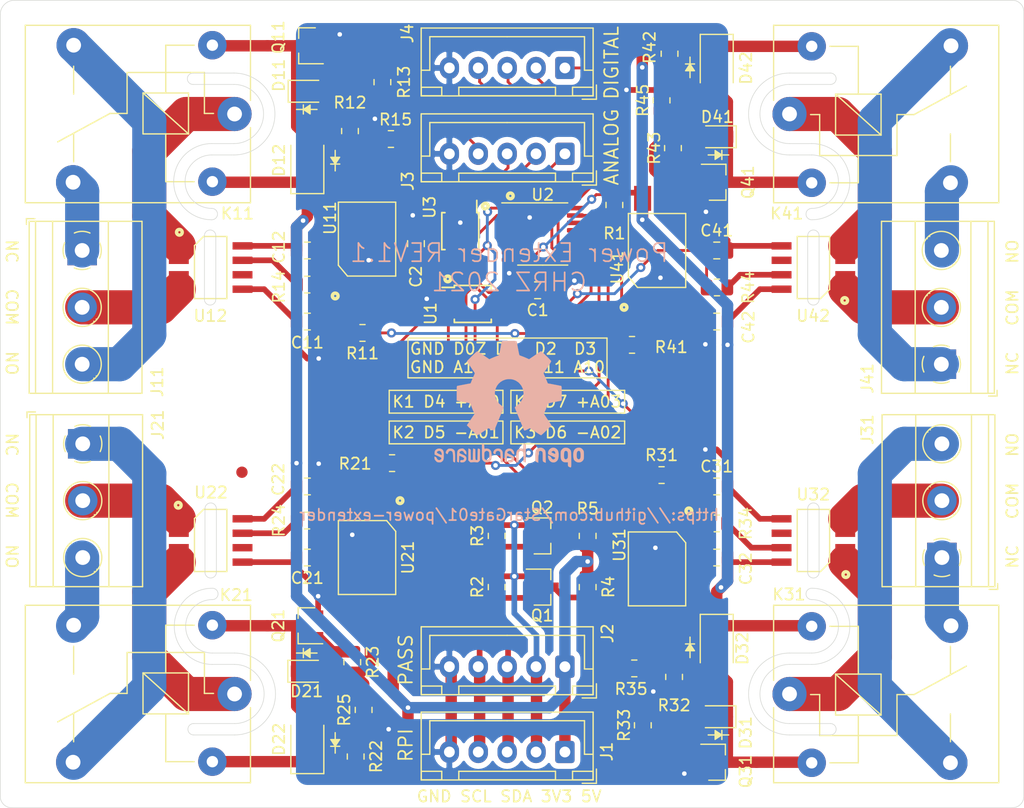
<source format=kicad_pcb>
(kicad_pcb (version 20171130) (host pcbnew 5.1.10)
  (title_block (title "Power Extender") (date 2021-06-15) (rev 1) (company "Christoph Honal"))
  (layers (0 F.Cu signal) (31 B.Cu signal) (34 B.Paste user) (35 F.Paste user) (36 B.SilkS user) (37 F.SilkS user) (38 B.Mask user) (39 F.Mask user) (44 Edge.Cuts user))
  (net 0 "")
  (net 1 GND)
  (net 2 /Relay-A/VIOUT)
  (net 3 /Relay-B/VIOUT)
  (net 4 /Relay-C/VIOUT)
  (net 5 /Relay-D/VIOUT)
  (net 6 "Net-(R1-Pad2)")
  (net 7 "Net-(R14-Pad2)")
  (net 8 +5V)
  (net 9 +3V3)
  (net 10 A3)
  (net 11 A2)
  (net 12 A1)
  (net 13 A0)
  (net 14 D3)
  (net 15 D2)
  (net 16 D1)
  (net 17 D0Z)
  (net 18 /Relay-A/TRIGGER)
  (net 19 /Relay-B/TRIGGER)
  (net 20 /Relay-C/TRIGGER)
  (net 21 /Relay-D/TRIGGER)
  (net 22 SCL3V3)
  (net 23 SDA3V3)
  (net 24 SDA5V)
  (net 25 SCL5V)
  (net 26 "Net-(D11-Pad2)")
  (net 27 "Net-(D11-Pad1)")
  (net 28 "Net-(D21-Pad1)")
  (net 29 "Net-(D21-Pad2)")
  (net 30 "Net-(D31-Pad2)")
  (net 31 "Net-(D31-Pad1)")
  (net 32 "Net-(D41-Pad2)")
  (net 33 "Net-(D41-Pad1)")
  (net 34 "Net-(J11-Pad3)")
  (net 35 "Net-(J11-Pad2)")
  (net 36 "Net-(J11-Pad1)")
  (net 37 "Net-(J21-Pad1)")
  (net 38 "Net-(J21-Pad2)")
  (net 39 "Net-(J21-Pad3)")
  (net 40 "Net-(J31-Pad3)")
  (net 41 "Net-(J31-Pad2)")
  (net 42 "Net-(J31-Pad1)")
  (net 43 "Net-(J41-Pad3)")
  (net 44 "Net-(J41-Pad2)")
  (net 45 "Net-(J41-Pad1)")
  (net 46 "Net-(K11-Pad1)")
  (net 47 "Net-(K21-Pad1)")
  (net 48 "Net-(K31-Pad1)")
  (net 49 "Net-(K41-Pad1)")
  (net 50 "Net-(Q11-Pad1)")
  (net 51 "Net-(Q21-Pad1)")
  (net 52 "Net-(Q31-Pad1)")
  (net 53 "Net-(Q41-Pad1)")
  (net 54 "Net-(R11-Pad2)")
  (net 55 "Net-(R13-Pad1)")
  (net 56 "Net-(R21-Pad2)")
  (net 57 "Net-(R23-Pad1)")
  (net 58 "Net-(R24-Pad2)")
  (net 59 "Net-(R31-Pad2)")
  (net 60 "Net-(R33-Pad1)")
  (net 61 "Net-(R34-Pad2)")
  (net 62 "Net-(R41-Pad2)")
  (net 63 "Net-(R43-Pad1)")
  (net 64 "Net-(R44-Pad2)")
  (net 65 "Net-(U1-Pad2)")
  (net 66 "Net-(U3-Pad2)")
  (net 67 "Net-(U12-Pad6)")
  (net 68 "Net-(U22-Pad6)")
  (net 69 "Net-(U32-Pad6)")
  (net 70 "Net-(U42-Pad6)")
  (module CustomComponents:JST_XH_B5B-XH-A_1x05_P2.54mm_Vertical (layer F.Cu) (at 153.4 70.95 180)
    (fp_text reference J4 (at 13.85 3.03 90) (layer F.SilkS))
    (fp_text value "AUX DIGITAL")
    (pad 5 thru_hole oval (at 10.16 0 180) (size 1.7 1.95) (drill 0.95) (layers *.Cu *.Mask) (net 1 GND))
    (pad 4 thru_hole oval (at 7.62 0 180) (size 1.7 1.95) (drill 0.95) (layers *.Cu *.Mask) (net 17 D0Z))
    (pad 3 thru_hole oval (at 5.08 0 180) (size 1.7 1.95) (drill 0.95) (layers *.Cu *.Mask) (net 16 D1))
    (pad 2 thru_hole oval (at 2.54 0 180) (size 1.7 1.95) (drill 0.95) (layers *.Cu *.Mask) (net 15 D2))
    (pad 1 thru_hole roundrect (at 0 0 180) (size 1.7 1.95) (drill 0.95) (layers *.Cu *.Mask) (roundrect_rratio 0.1470588235294118) (net 14 D3))
  )
  (module CustomComponents:JST_XH_B5B-XH-A_1x05_P2.54mm_Vertical (layer F.Cu) (at 153.4 78.5 180)
    (fp_text reference J3 (at 13.82 -2.4 90) (layer F.SilkS))
    (fp_text value "AUX ANALOG")
    (pad 5 thru_hole oval (at 10.16 0 180) (size 1.7 1.95) (drill 0.95) (layers *.Cu *.Mask) (net 1 GND))
    (pad 4 thru_hole oval (at 7.62 0 180) (size 1.7 1.95) (drill 0.95) (layers *.Cu *.Mask) (net 10 A3))
    (pad 3 thru_hole oval (at 5.08 0 180) (size 1.7 1.95) (drill 0.95) (layers *.Cu *.Mask) (net 11 A2))
    (pad 2 thru_hole oval (at 2.54 0 180) (size 1.7 1.95) (drill 0.95) (layers *.Cu *.Mask) (net 12 A1))
    (pad 1 thru_hole roundrect (at 0 0 180) (size 1.7 1.95) (drill 0.95) (layers *.Cu *.Mask) (roundrect_rratio 0.1470588235294118) (net 13 A0))
  )
  (module CustomComponents:JST_XH_B5B-XH-A_1x05_P2.54mm_Vertical (layer F.Cu) (at 153.4 123.6 180)
    (fp_text reference J2 (at -3.74 2.93 90) (layer F.SilkS))
    (fp_text value "IFACE PASS")
    (pad 5 thru_hole oval (at 10.16 0 180) (size 1.7 1.95) (drill 0.95) (layers *.Cu *.Mask) (net 1 GND))
    (pad 4 thru_hole oval (at 7.62 0 180) (size 1.7 1.95) (drill 0.95) (layers *.Cu *.Mask) (net 22 SCL3V3))
    (pad 3 thru_hole oval (at 5.08 0 180) (size 1.7 1.95) (drill 0.95) (layers *.Cu *.Mask) (net 23 SDA3V3))
    (pad 2 thru_hole oval (at 2.54 0 180) (size 1.7 1.95) (drill 0.95) (layers *.Cu *.Mask) (net 9 +3V3))
    (pad 1 thru_hole roundrect (at 0 0 180) (size 1.7 1.95) (drill 0.95) (layers *.Cu *.Mask) (roundrect_rratio 0.1470588235294118) (net 8 +5V))
  )
  (module CustomComponents:JST_XH_B5B-XH-A_1x05_P2.54mm_Vertical (layer F.Cu) (at 153.4 131.1 180)
    (fp_text reference J1 (at -3.68 0.04 270) (layer F.SilkS))
    (fp_text value "IFACE RPI")
    (pad 5 thru_hole oval (at 10.16 0 180) (size 1.7 1.95) (drill 0.95) (layers *.Cu *.Mask) (net 1 GND))
    (pad 4 thru_hole oval (at 7.62 0 180) (size 1.7 1.95) (drill 0.95) (layers *.Cu *.Mask) (net 22 SCL3V3))
    (pad 3 thru_hole oval (at 5.08 0 180) (size 1.7 1.95) (drill 0.95) (layers *.Cu *.Mask) (net 23 SDA3V3))
    (pad 2 thru_hole oval (at 2.54 0 180) (size 1.7 1.95) (drill 0.95) (layers *.Cu *.Mask) (net 9 +3V3))
    (pad 1 thru_hole roundrect (at 0 0 180) (size 1.7 1.95) (drill 0.95) (layers *.Cu *.Mask) (roundrect_rratio 0.1470588235294118) (net 8 +5V))
  )
  (module CustomComponents:CC690XSO-XA (layer F.Cu) (at 122.25 88.5)
    (fp_text reference U12 (at -0.02 4.25 -180) (layer F.SilkS))
    (fp_text value CC6902SO-10A)
    (pad 4 smd rect (at -2.8 1.905 270) (size 0.65 1.75) (layers F.Cu F.Paste F.Mask) (net 35 "Net-(J11-Pad2)"))
    (pad 5 smd rect (at 2.8 1.905 270) (size 0.65 1.75) (layers F.Cu F.Paste F.Mask) (net 1 GND))
    (pad 3 smd rect (at -2.8 0.635 270) (size 0.65 1.75) (layers F.Cu F.Paste F.Mask) (net 35 "Net-(J11-Pad2)"))
    (pad 6 smd rect (at 2.8 0.635 270) (size 0.65 1.75) (layers F.Cu F.Paste F.Mask) (net 67 "Net-(U12-Pad6)"))
    (pad 2 smd rect (at -2.8 -0.635 270) (size 0.65 1.75) (layers F.Cu F.Paste F.Mask) (net 46 "Net-(K11-Pad1)"))
    (pad 7 smd rect (at 2.8 -0.635 270) (size 0.65 1.75) (layers F.Cu F.Paste F.Mask) (net 7 "Net-(R14-Pad2)"))
    (pad 1 smd rect (at -2.8 -1.905 270) (size 0.65 1.75) (layers F.Cu F.Paste F.Mask) (net 46 "Net-(K11-Pad1)"))
    (pad 8 smd rect (at 2.8 -1.905 270) (size 0.65 1.75) (layers F.Cu F.Paste F.Mask) (net 8 +5V))
  )
  (module CustomComponents:CC690XSO-XA (layer F.Cu) (at 175.25 88.5 180)
    (fp_text reference U42 (at 0.02 -4.25 180) (layer F.SilkS))
    (fp_text value CC6902SO-10A)
    (pad 4 smd rect (at -2.8 1.905 90) (size 0.65 1.75) (layers F.Cu F.Paste F.Mask) (net 49 "Net-(K41-Pad1)"))
    (pad 5 smd rect (at 2.8 1.905 90) (size 0.65 1.75) (layers F.Cu F.Paste F.Mask) (net 1 GND))
    (pad 3 smd rect (at -2.8 0.635 90) (size 0.65 1.75) (layers F.Cu F.Paste F.Mask) (net 49 "Net-(K41-Pad1)"))
    (pad 6 smd rect (at 2.8 0.635 90) (size 0.65 1.75) (layers F.Cu F.Paste F.Mask) (net 70 "Net-(U42-Pad6)"))
    (pad 2 smd rect (at -2.8 -0.635 90) (size 0.65 1.75) (layers F.Cu F.Paste F.Mask) (net 44 "Net-(J41-Pad2)"))
    (pad 7 smd rect (at 2.8 -0.635 90) (size 0.65 1.75) (layers F.Cu F.Paste F.Mask) (net 64 "Net-(R44-Pad2)"))
    (pad 1 smd rect (at -2.8 -1.905 90) (size 0.65 1.75) (layers F.Cu F.Paste F.Mask) (net 44 "Net-(J41-Pad2)"))
    (pad 8 smd rect (at 2.8 -1.905 90) (size 0.65 1.75) (layers F.Cu F.Paste F.Mask) (net 8 +5V))
  )
  (module CustomComponents:D_SMAF (layer F.Cu) (at 166.75 71 270)
    (fp_text reference D42 (at -0.04 -2.58 90) (layer F.SilkS))
    (fp_text value 1N4007F)
    (pad 1 smd custom (at -1.9 0 270) (size 1.6 1.8) (layers F.Cu F.Paste F.Mask) (net 8 +5V) (options (clearance outline) (anchor rect)) (primitives))
    (pad 2 smd custom (at 1.9 0 270) (size 1.6 1.8) (layers F.Cu F.Paste F.Mask) (net 33 "Net-(D41-Pad1)") (options (clearance outline) (anchor rect)) (primitives))
  )
  (module CustomComponents:D_SMAF (layer F.Cu) (at 166.75 122 270)
    (fp_text reference D32 (at 0 -2.25 90) (layer F.SilkS))
    (fp_text value 1N4007F)
    (pad 1 smd custom (at -1.9 0 270) (size 1.6 1.8) (layers F.Cu F.Paste F.Mask) (net 8 +5V) (options (clearance outline) (anchor rect)) (primitives))
    (pad 2 smd custom (at 1.9 0 270) (size 1.6 1.8) (layers F.Cu F.Paste F.Mask) (net 31 "Net-(D31-Pad1)") (options (clearance outline) (anchor rect)) (primitives))
  )
  (module CustomComponents:D_SMAF (layer F.Cu) (at 130.75 130 90)
    (fp_text reference D22 (at 0.01 -2.49 90) (layer F.SilkS))
    (fp_text value 1N4007F)
    (pad 1 smd custom (at -1.9 0 90) (size 1.6 1.8) (layers F.Cu F.Paste F.Mask) (net 8 +5V) (options (clearance outline) (anchor rect)) (primitives))
    (pad 2 smd custom (at 1.9 0 90) (size 1.6 1.8) (layers F.Cu F.Paste F.Mask) (net 28 "Net-(D21-Pad1)") (options (clearance outline) (anchor rect)) (primitives))
  )
  (module CustomComponents:D_SMAF (layer F.Cu) (at 130.75 79 90)
    (fp_text reference D12 (at -0.07 -2.49 90) (layer F.SilkS))
    (fp_text value 1N4007F)
    (pad 1 smd custom (at -1.9 0 90) (size 1.6 1.8) (layers F.Cu F.Paste F.Mask) (net 8 +5V) (options (clearance outline) (anchor rect)) (primitives))
    (pad 2 smd custom (at 1.9 0 90) (size 1.6 1.8) (layers F.Cu F.Paste F.Mask) (net 27 "Net-(D11-Pad1)") (options (clearance outline) (anchor rect)) (primitives))
  )
  (module Resistor_SMD:R_0805_2012Metric (layer F.Cu) (at 134.7 123.2 90)
    (fp_text reference R23 (at 0 1.8 90) (layer F.SilkS))
    (fp_text value 1K)
    (pad 2 smd roundrect (at 0.9125 0 90) (size 1.025 1.4) (layers F.Cu F.Paste F.Mask) (roundrect_rratio 0.2439014634146341) (net 51 "Net-(Q21-Pad1)"))
    (pad 1 smd roundrect (at -0.9125 0 90) (size 1.025 1.4) (layers F.Cu F.Paste F.Mask) (roundrect_rratio 0.2439014634146341) (net 57 "Net-(R23-Pad1)"))
  )
  (module Resistor_SMD:R_0805_2012Metric (layer F.Cu) (at 135 131.5 90)
    (fp_text reference R22 (at 0 1.8 90) (layer F.SilkS))
    (fp_text value 200R)
    (pad 2 smd roundrect (at 0.9125 0 90) (size 1.025 1.4) (layers F.Cu F.Paste F.Mask) (roundrect_rratio 0.2439014634146341) (net 29 "Net-(D21-Pad2)"))
    (pad 1 smd roundrect (at -0.9125 0 90) (size 1.025 1.4) (layers F.Cu F.Paste F.Mask) (roundrect_rratio 0.2439014634146341) (net 8 +5V))
  )
  (module Resistor_SMD:R_0805_2012Metric (layer F.Cu) (at 135.7 127.4 270)
    (fp_text reference R25 (at 0 1.7 90) (layer F.SilkS))
    (fp_text value 10K)
    (pad 2 smd roundrect (at 0.9125 0 270) (size 1.025 1.4) (layers F.Cu F.Paste F.Mask) (roundrect_rratio 0.2439014634146341) (net 1 GND))
    (pad 1 smd roundrect (at -0.9125 0 270) (size 1.025 1.4) (layers F.Cu F.Paste F.Mask) (roundrect_rratio 0.2439014634146341) (net 57 "Net-(R23-Pad1)"))
  )
  (module Resistor_SMD:R_0805_2012Metric (layer F.Cu) (at 138.1 77.2 180)
    (fp_text reference R15 (at -0.41 1.71 180) (layer F.SilkS))
    (fp_text value 10K)
    (pad 2 smd roundrect (at 0.9125 0 180) (size 1.025 1.4) (layers F.Cu F.Paste F.Mask) (roundrect_rratio 0.2439014634146341) (net 1 GND))
    (pad 1 smd roundrect (at -0.9125 0 180) (size 1.025 1.4) (layers F.Cu F.Paste F.Mask) (roundrect_rratio 0.2439014634146341) (net 55 "Net-(R13-Pad1)"))
  )
  (module Resistor_SMD:R_0805_2012Metric (layer F.Cu) (at 137.35 72.2 90)
    (fp_text reference R13 (at 0 1.9 90) (layer F.SilkS))
    (fp_text value 1K)
    (pad 2 smd roundrect (at 0.9125 0 90) (size 1.025 1.4) (layers F.Cu F.Paste F.Mask) (roundrect_rratio 0.2439014634146341) (net 50 "Net-(Q11-Pad1)"))
    (pad 1 smd roundrect (at -0.9125 0 90) (size 1.025 1.4) (layers F.Cu F.Paste F.Mask) (roundrect_rratio 0.2439014634146341) (net 55 "Net-(R13-Pad1)"))
  )
  (module Package_SO:TSSOP-10_3x3mm_P0.5mm (layer F.Cu) (at 144.2 85.3 270)
    (fp_text reference U3 (at -2.1 2.7 270) (layer F.SilkS))
    (fp_text value ADS1115IDGS)
    (pad 10 smd rect (at 2.15 -1 270) (size 1.1 0.25) (layers F.Cu F.Paste F.Mask) (net 25 SCL5V))
    (pad 9 smd rect (at 2.15 -0.5 270) (size 1.1 0.25) (layers F.Cu F.Paste F.Mask) (net 24 SDA5V))
    (pad 8 smd rect (at 2.15 0 270) (size 1.1 0.25) (layers F.Cu F.Paste F.Mask) (net 8 +5V))
    (pad 7 smd rect (at 2.15 0.5 270) (size 1.1 0.25) (layers F.Cu F.Paste F.Mask) (net 10 A3))
    (pad 6 smd rect (at 2.15 1 270) (size 1.1 0.25) (layers F.Cu F.Paste F.Mask) (net 11 A2))
    (pad 5 smd rect (at -2.15 1 270) (size 1.1 0.25) (layers F.Cu F.Paste F.Mask) (net 12 A1))
    (pad 4 smd rect (at -2.15 0.5 270) (size 1.1 0.25) (layers F.Cu F.Paste F.Mask) (net 13 A0))
    (pad 3 smd rect (at -2.15 0 270) (size 1.1 0.25) (layers F.Cu F.Paste F.Mask) (net 1 GND))
    (pad 2 smd rect (at -2.15 -0.5 270) (size 1.1 0.25) (layers F.Cu F.Paste F.Mask) (net 66 "Net-(U3-Pad2)"))
    (pad 1 smd rect (at -2.15 -1 270) (size 1.1 0.25) (layers F.Cu F.Paste F.Mask) (net 8 +5V))
  )
  (module Package_SO:TSSOP-16_4.4x5mm_P0.65mm (layer F.Cu) (at 151.45 85.55)
    (fp_text reference U2 (at 0 -3.45) (layer F.SilkS))
    (fp_text value PCA9557PW)
    (pad 16 smd roundrect (at 2.8625 -2.275) (size 1.475 0.4) (layers F.Cu F.Paste F.Mask) (net 8 +5V))
    (pad 15 smd roundrect (at 2.8625 -1.625) (size 1.475 0.4) (layers F.Cu F.Paste F.Mask) (net 6 "Net-(R1-Pad2)"))
    (pad 14 smd roundrect (at 2.8625 -0.975) (size 1.475 0.4) (layers F.Cu F.Paste F.Mask) (net 21 /Relay-D/TRIGGER))
    (pad 13 smd roundrect (at 2.8625 -0.325) (size 1.475 0.4) (layers F.Cu F.Paste F.Mask) (net 20 /Relay-C/TRIGGER))
    (pad 12 smd roundrect (at 2.8625 0.325) (size 1.475 0.4) (layers F.Cu F.Paste F.Mask) (net 19 /Relay-B/TRIGGER))
    (pad 11 smd roundrect (at 2.8625 0.975) (size 1.475 0.4) (layers F.Cu F.Paste F.Mask) (net 18 /Relay-A/TRIGGER))
    (pad 10 smd roundrect (at 2.8625 1.625) (size 1.475 0.4) (layers F.Cu F.Paste F.Mask) (net 14 D3))
    (pad 9 smd roundrect (at 2.8625 2.275) (size 1.475 0.4) (layers F.Cu F.Paste F.Mask) (net 15 D2))
    (pad 8 smd roundrect (at -2.8625 2.275) (size 1.475 0.4) (layers F.Cu F.Paste F.Mask) (net 1 GND))
    (pad 7 smd roundrect (at -2.8625 1.625) (size 1.475 0.4) (layers F.Cu F.Paste F.Mask) (net 16 D1))
    (pad 6 smd roundrect (at -2.8625 0.975) (size 1.475 0.4) (layers F.Cu F.Paste F.Mask) (net 17 D0Z))
    (pad 5 smd roundrect (at -2.8625 0.325) (size 1.475 0.4) (layers F.Cu F.Paste F.Mask) (net 1 GND))
    (pad 4 smd roundrect (at -2.8625 -0.325) (size 1.475 0.4) (layers F.Cu F.Paste F.Mask) (net 1 GND))
    (pad 3 smd roundrect (at -2.8625 -0.975) (size 1.475 0.4) (layers F.Cu F.Paste F.Mask) (net 1 GND))
    (pad 2 smd roundrect (at -2.8625 -1.625) (size 1.475 0.4) (layers F.Cu F.Paste F.Mask) (net 24 SDA5V))
    (pad 1 smd roundrect (at -2.8625 -2.275) (size 1.475 0.4) (layers F.Cu F.Paste F.Mask) (net 25 SCL5V))
  )
  (module Resistor_SMD:R_0805_2012Metric (layer F.Cu) (at 159.5 123.75)
    (fp_text reference R35 (at -0.28 1.81 180) (layer F.SilkS))
    (fp_text value 10K)
    (pad 2 smd roundrect (at 0.9125 0) (size 1.025 1.4) (layers F.Cu F.Paste F.Mask) (roundrect_rratio 0.2439014634146341) (net 1 GND))
    (pad 1 smd roundrect (at -0.9125 0) (size 1.025 1.4) (layers F.Cu F.Paste F.Mask) (roundrect_rratio 0.2439014634146341) (net 60 "Net-(R33-Pad1)"))
  )
  (module Symbol:OSHW-Logo2_14.6x12mm_SilkScreen (layer B.Cu) (at 148.5 100.5 180)
    (fp_text reference REF** hide)
    (fp_text value OSHW-Logo2_14.6x12mm_SilkScreen hide)
  )
  (module Package_SO:TSSOP-10_3x3mm_P0.5mm (layer F.Cu) (at 145.3 91.7)
    (fp_text reference U1 (at -3.71 0.85 90) (layer F.SilkS))
    (fp_text value ADS1115IDGS)
    (pad 10 smd rect (at 2.15 -1) (size 1.1 0.25) (layers F.Cu F.Paste F.Mask) (net 25 SCL5V))
    (pad 9 smd rect (at 2.15 -0.5) (size 1.1 0.25) (layers F.Cu F.Paste F.Mask) (net 24 SDA5V))
    (pad 8 smd rect (at 2.15 0) (size 1.1 0.25) (layers F.Cu F.Paste F.Mask) (net 8 +5V))
    (pad 7 smd rect (at 2.15 0.5) (size 1.1 0.25) (layers F.Cu F.Paste F.Mask) (net 5 /Relay-D/VIOUT))
    (pad 6 smd rect (at 2.15 1) (size 1.1 0.25) (layers F.Cu F.Paste F.Mask) (net 4 /Relay-C/VIOUT))
    (pad 5 smd rect (at -2.15 1) (size 1.1 0.25) (layers F.Cu F.Paste F.Mask) (net 3 /Relay-B/VIOUT))
    (pad 4 smd rect (at -2.15 0.5) (size 1.1 0.25) (layers F.Cu F.Paste F.Mask) (net 2 /Relay-A/VIOUT))
    (pad 3 smd rect (at -2.15 0) (size 1.1 0.25) (layers F.Cu F.Paste F.Mask) (net 1 GND))
    (pad 2 smd rect (at -2.15 -0.5) (size 1.1 0.25) (layers F.Cu F.Paste F.Mask) (net 65 "Net-(U1-Pad2)"))
    (pad 1 smd rect (at -2.15 -1) (size 1.1 0.25) (layers F.Cu F.Paste F.Mask) (net 1 GND))
  )
  (module Package_TO_SOT_SMD:SOT-23 (layer F.Cu) (at 166.8 81)
    (fp_text reference Q41 (at 2.7 0 90) (layer F.SilkS))
    (fp_text value PMBT3904)
    (pad 3 smd rect (at 1 0) (size 0.9 0.8) (layers F.Cu F.Paste F.Mask) (net 33 "Net-(D41-Pad1)"))
    (pad 2 smd rect (at -1 0.95) (size 0.9 0.8) (layers F.Cu F.Paste F.Mask) (net 1 GND))
    (pad 1 smd rect (at -1 -0.95) (size 0.9 0.8) (layers F.Cu F.Paste F.Mask) (net 53 "Net-(Q41-Pad1)"))
  )
  (module Resistor_SMD:R_0805_2012Metric (layer F.Cu) (at 162.6 69.7 270)
    (fp_text reference R42 (at -0.56 1.75 90) (layer F.SilkS))
    (fp_text value 200R)
    (pad 2 smd roundrect (at 0.9125 0 270) (size 1.025 1.4) (layers F.Cu F.Paste F.Mask) (roundrect_rratio 0.2439014634146341) (net 32 "Net-(D41-Pad2)"))
    (pad 1 smd roundrect (at -0.9125 0 270) (size 1.025 1.4) (layers F.Cu F.Paste F.Mask) (roundrect_rratio 0.2439014634146341) (net 8 +5V))
  )
  (module Resistor_SMD:R_0805_2012Metric (layer F.Cu) (at 166.77 90.25)
    (fp_text reference R44 (at 2.75 0 90) (layer F.SilkS))
    (fp_text value 100R)
    (pad 2 smd roundrect (at 0.9125 0) (size 1.025 1.4) (layers F.Cu F.Paste F.Mask) (roundrect_rratio 0.2439014634146341) (net 64 "Net-(R44-Pad2)"))
    (pad 1 smd roundrect (at -0.9125 0) (size 1.025 1.4) (layers F.Cu F.Paste F.Mask) (roundrect_rratio 0.2439014634146341) (net 5 /Relay-D/VIOUT))
  )
  (module Relay_THT:Relay_SPDT_SANYOU_SRD_Series_Form_C (layer F.Cu) (at 173.15 75)
    (fp_text reference K41 (at -0.25 8.75) (layer F.SilkS))
    (fp_text value SRD-05VDC-SL-C)
    (pad 1 thru_hole circle (at 0 0 90) (size 3 3) (drill 1.3) (layers *.Cu *.Mask) (net 49 "Net-(K41-Pad1)"))
    (pad 5 thru_hole circle (at 1.95 -5.95 90) (size 2.5 2.5) (drill 1) (layers *.Cu *.Mask) (net 8 +5V))
    (pad 4 thru_hole circle (at 14.2 -6 90) (size 3 3) (drill 1.3) (layers *.Cu *.Mask) (net 45 "Net-(J41-Pad1)"))
    (pad 3 thru_hole circle (at 14.15 6.05 90) (size 3 3) (drill 1.3) (layers *.Cu *.Mask) (net 43 "Net-(J41-Pad3)"))
    (pad 2 thru_hole circle (at 1.95 6.05 90) (size 2.5 2.5) (drill 1) (layers *.Cu *.Mask) (net 33 "Net-(D41-Pad1)"))
  )
  (module LED_SMD:LED_0805_2012Metric (layer F.Cu) (at 166.78 77 180)
    (fp_text reference D41 (at -0.02 1.74 180) (layer F.SilkS))
    (fp_text value LED)
    (pad 2 smd roundrect (at 0.9375 0 180) (size 0.975 1.4) (layers F.Cu F.Paste F.Mask) (net 32 "Net-(D41-Pad2)"))
    (pad 1 smd roundrect (at -0.9375 0 180) (size 0.975 1.4) (layers F.Cu F.Paste F.Mask) (net 33 "Net-(D41-Pad1)"))
  )
  (module Resistor_SMD:R_0805_2012Metric (layer F.Cu) (at 162.9 78 270)
    (fp_text reference R43 (at 0 1.65 90) (layer F.SilkS))
    (fp_text value 1K)
    (pad 2 smd roundrect (at 0.9125 0 270) (size 1.025 1.4) (layers F.Cu F.Paste F.Mask) (roundrect_rratio 0.2439014634146341) (net 53 "Net-(Q41-Pad1)"))
    (pad 1 smd roundrect (at -0.9125 0 270) (size 1.025 1.4) (layers F.Cu F.Paste F.Mask) (roundrect_rratio 0.2439014634146341) (net 63 "Net-(R43-Pad1)"))
  )
  (module CustomComponents:PC817X2CSP9F (layer F.Cu) (at 161.5 87 90)
    (fp_text reference U41 (at -1.5 -3.5 90) (layer F.SilkS))
    (fp_text value PC817X2CSP9F)
    (pad 2 smd rect (at -4.58 1.27) (size 1.5 2.2) (layers F.Cu F.Paste F.Mask) (net 1 GND))
    (pad 3 smd rect (at 4.58 1.27) (size 1.5 2.2) (layers F.Cu F.Paste F.Mask) (net 63 "Net-(R43-Pad1)"))
    (pad 1 smd rect (at -4.58 -1.27) (size 1.5 2.2) (layers F.Cu F.Paste F.Mask) (net 62 "Net-(R41-Pad2)"))
    (pad 4 smd rect (at 4.58 -1.27) (size 1.5 2.2) (layers F.Cu F.Paste F.Mask) (net 8 +5V))
  )
  (module Capacitor_SMD:C_0805_2012Metric (layer F.Cu) (at 166.75 93.25 180)
    (fp_text reference C42 (at -2.79 -0.49 90) (layer F.SilkS))
    (fp_text value 100N)
    (pad 2 smd roundrect (at 0.95 0 180) (size 1 1.45) (layers F.Cu F.Paste F.Mask) (net 1 GND))
    (pad 1 smd roundrect (at -0.95 0 180) (size 1 1.45) (layers F.Cu F.Paste F.Mask) (net 8 +5V))
  )
  (module Capacitor_SMD:C_0805_2012Metric (layer F.Cu) (at 166.75 87)
    (fp_text reference C41 (at 0 -1.75 180) (layer F.SilkS))
    (fp_text value 100P)
    (pad 2 smd roundrect (at 0.95 0) (size 1 1.45) (layers F.Cu F.Paste F.Mask) (net 1 GND))
    (pad 1 smd roundrect (at -0.95 0) (size 1 1.45) (layers F.Cu F.Paste F.Mask) (net 5 /Relay-D/VIOUT))
  )
  (module TerminalBlock_Phoenix:TerminalBlock_Phoenix_MKDS-1,5-3_1x03_P5.00mm_Horizontal (layer F.Cu) (at 186.5 97 90)
    (fp_text reference J41 (at -1.25 -6.5 270) (layer F.SilkS))
    (fp_text value LOAD)
    (pad 3 thru_hole circle (at 10 0 90) (size 2.6 2.6) (drill 1.3) (layers *.Cu *.Mask) (net 43 "Net-(J41-Pad3)"))
    (pad 2 thru_hole circle (at 5 0 90) (size 2.6 2.6) (drill 1.3) (layers *.Cu *.Mask) (net 44 "Net-(J41-Pad2)"))
    (pad 1 thru_hole rect (at 0 0 90) (size 2.6 2.6) (drill 1.3) (layers *.Cu *.Mask) (net 45 "Net-(J41-Pad1)"))
  )
  (module CustomComponents:CC690XSO-XA (layer F.Cu) (at 175.25 112.5 180)
    (fp_text reference U32 (at 0.01 4.04 180) (layer F.SilkS))
    (fp_text value CC6902SO-10A)
    (pad 4 smd rect (at -2.8 1.905 90) (size 0.65 1.75) (layers F.Cu F.Paste F.Mask) (net 41 "Net-(J31-Pad2)"))
    (pad 5 smd rect (at 2.8 1.905 90) (size 0.65 1.75) (layers F.Cu F.Paste F.Mask) (net 1 GND))
    (pad 3 smd rect (at -2.8 0.635 90) (size 0.65 1.75) (layers F.Cu F.Paste F.Mask) (net 41 "Net-(J31-Pad2)"))
    (pad 6 smd rect (at 2.8 0.635 90) (size 0.65 1.75) (layers F.Cu F.Paste F.Mask) (net 69 "Net-(U32-Pad6)"))
    (pad 2 smd rect (at -2.8 -0.635 90) (size 0.65 1.75) (layers F.Cu F.Paste F.Mask) (net 48 "Net-(K31-Pad1)"))
    (pad 7 smd rect (at 2.8 -0.635 90) (size 0.65 1.75) (layers F.Cu F.Paste F.Mask) (net 61 "Net-(R34-Pad2)"))
    (pad 1 smd rect (at -2.8 -1.905 90) (size 0.65 1.75) (layers F.Cu F.Paste F.Mask) (net 48 "Net-(K31-Pad1)"))
    (pad 8 smd rect (at 2.8 -1.905 90) (size 0.65 1.75) (layers F.Cu F.Paste F.Mask) (net 8 +5V))
  )
  (module Package_TO_SOT_SMD:SOT-23 (layer F.Cu) (at 166.75 132)
    (fp_text reference Q31 (at 2.55 0.8 90) (layer F.SilkS))
    (fp_text value PMBT3904)
    (pad 3 smd rect (at 1 0) (size 0.9 0.8) (layers F.Cu F.Paste F.Mask) (net 31 "Net-(D31-Pad1)"))
    (pad 2 smd rect (at -1 0.95) (size 0.9 0.8) (layers F.Cu F.Paste F.Mask) (net 1 GND))
    (pad 1 smd rect (at -1 -0.95) (size 0.9 0.8) (layers F.Cu F.Paste F.Mask) (net 52 "Net-(Q31-Pad1)"))
  )
  (module Resistor_SMD:R_0805_2012Metric (layer F.Cu) (at 159.3 95.3)
    (fp_text reference R41 (at 3.45 0.2 180) (layer F.SilkS))
    (fp_text value 200R)
    (pad 2 smd roundrect (at 0.9125 0) (size 1.025 1.4) (layers F.Cu F.Paste F.Mask) (roundrect_rratio 0.2439014634146341) (net 62 "Net-(R41-Pad2)"))
    (pad 1 smd roundrect (at -0.9125 0) (size 1.025 1.4) (layers F.Cu F.Paste F.Mask) (roundrect_rratio 0.2439014634146341) (net 21 /Relay-D/TRIGGER))
  )
  (module Capacitor_SMD:C_0805_2012Metric (layer F.Cu) (at 166.75 107.75)
    (fp_text reference C31 (at 0 -1.75) (layer F.SilkS))
    (fp_text value 100P)
    (pad 2 smd roundrect (at 0.95 0) (size 1 1.45) (layers F.Cu F.Paste F.Mask) (net 1 GND))
    (pad 1 smd roundrect (at -0.95 0) (size 1 1.45) (layers F.Cu F.Paste F.Mask) (net 4 /Relay-C/VIOUT))
  )
  (module Resistor_SMD:R_0805_2012Metric (layer F.Cu) (at 163 124.5 270)
    (fp_text reference R32 (at 2.5 0) (layer F.SilkS))
    (fp_text value 200R)
    (pad 2 smd roundrect (at 0.9125 0 270) (size 1.025 1.4) (layers F.Cu F.Paste F.Mask) (roundrect_rratio 0.2439014634146341) (net 30 "Net-(D31-Pad2)"))
    (pad 1 smd roundrect (at -0.9125 0 270) (size 1.025 1.4) (layers F.Cu F.Paste F.Mask) (roundrect_rratio 0.2439014634146341) (net 8 +5V))
  )
  (module Resistor_SMD:R_0805_2012Metric (layer F.Cu) (at 166.75 111)
    (fp_text reference R34 (at 2.55 0 90) (layer F.SilkS))
    (fp_text value 100R)
    (pad 2 smd roundrect (at 0.9125 0) (size 1.025 1.4) (layers F.Cu F.Paste F.Mask) (roundrect_rratio 0.2439014634146341) (net 61 "Net-(R34-Pad2)"))
    (pad 1 smd roundrect (at -0.9125 0) (size 1.025 1.4) (layers F.Cu F.Paste F.Mask) (roundrect_rratio 0.2439014634146341) (net 4 /Relay-C/VIOUT))
  )
  (module Resistor_SMD:R_0805_2012Metric (layer F.Cu) (at 160.25 128.75 270)
    (fp_text reference R33 (at 0 1.65 90) (layer F.SilkS))
    (fp_text value 1K)
    (pad 2 smd roundrect (at 0.9125 0 270) (size 1.025 1.4) (layers F.Cu F.Paste F.Mask) (roundrect_rratio 0.2439014634146341) (net 52 "Net-(Q31-Pad1)"))
    (pad 1 smd roundrect (at -0.9125 0 270) (size 1.025 1.4) (layers F.Cu F.Paste F.Mask) (roundrect_rratio 0.2439014634146341) (net 60 "Net-(R33-Pad1)"))
  )
  (module Resistor_SMD:R_0805_2012Metric (layer F.Cu) (at 161.9 106.75)
    (fp_text reference R31 (at 0 -1.75) (layer F.SilkS))
    (fp_text value 200R)
    (pad 2 smd roundrect (at 0.9125 0) (size 1.025 1.4) (layers F.Cu F.Paste F.Mask) (roundrect_rratio 0.2439014634146341) (net 59 "Net-(R31-Pad2)"))
    (pad 1 smd roundrect (at -0.9125 0) (size 1.025 1.4) (layers F.Cu F.Paste F.Mask) (roundrect_rratio 0.2439014634146341) (net 20 /Relay-C/TRIGGER))
  )
  (module LED_SMD:LED_0805_2012Metric (layer F.Cu) (at 166.75 128 180)
    (fp_text reference D31 (at -2.55 -1.4 90) (layer F.SilkS))
    (fp_text value LED)
    (pad 2 smd roundrect (at 0.9375 0 180) (size 0.975 1.4) (layers F.Cu F.Paste F.Mask) (net 30 "Net-(D31-Pad2)"))
    (pad 1 smd roundrect (at -0.9375 0 180) (size 0.975 1.4) (layers F.Cu F.Paste F.Mask) (net 31 "Net-(D31-Pad1)"))
  )
  (module Capacitor_SMD:C_0805_2012Metric (layer F.Cu) (at 166.75 114 180)
    (fp_text reference C32 (at -2.56 -0.98 90) (layer F.SilkS))
    (fp_text value 100N)
    (pad 2 smd roundrect (at 0.95 0 180) (size 1 1.45) (layers F.Cu F.Paste F.Mask) (net 1 GND))
    (pad 1 smd roundrect (at -0.95 0 180) (size 1 1.45) (layers F.Cu F.Paste F.Mask) (net 8 +5V))
  )
  (module CustomComponents:PC817X2CSP9F (layer F.Cu) (at 161.5 115 270)
    (fp_text reference U31 (at -2.1 3.3 90) (layer F.SilkS))
    (fp_text value PC817X2CSP9F)
    (pad 2 smd rect (at -4.58 1.27 180) (size 1.5 2.2) (layers F.Cu F.Paste F.Mask) (net 1 GND))
    (pad 3 smd rect (at 4.58 1.27 180) (size 1.5 2.2) (layers F.Cu F.Paste F.Mask) (net 60 "Net-(R33-Pad1)"))
    (pad 1 smd rect (at -4.58 -1.27 180) (size 1.5 2.2) (layers F.Cu F.Paste F.Mask) (net 59 "Net-(R31-Pad2)"))
    (pad 4 smd rect (at 4.58 -1.27 180) (size 1.5 2.2) (layers F.Cu F.Paste F.Mask) (net 8 +5V))
  )
  (module Relay_THT:Relay_SPDT_SANYOU_SRD_Series_Form_C (layer F.Cu) (at 173.15 126)
    (fp_text reference K31 (at -0.05 -8.75) (layer F.SilkS))
    (fp_text value SRD-05VDC-SL-C)
    (pad 1 thru_hole circle (at 0 0 90) (size 3 3) (drill 1.3) (layers *.Cu *.Mask) (net 48 "Net-(K31-Pad1)"))
    (pad 5 thru_hole circle (at 1.95 -5.95 90) (size 2.5 2.5) (drill 1) (layers *.Cu *.Mask) (net 8 +5V))
    (pad 4 thru_hole circle (at 14.2 -6 90) (size 3 3) (drill 1.3) (layers *.Cu *.Mask) (net 42 "Net-(J31-Pad1)"))
    (pad 3 thru_hole circle (at 14.15 6.05 90) (size 3 3) (drill 1.3) (layers *.Cu *.Mask) (net 40 "Net-(J31-Pad3)"))
    (pad 2 thru_hole circle (at 1.95 6.05 90) (size 2.5 2.5) (drill 1) (layers *.Cu *.Mask) (net 31 "Net-(D31-Pad1)"))
  )
  (module TerminalBlock_Phoenix:TerminalBlock_Phoenix_MKDS-1,5-3_1x03_P5.00mm_Horizontal (layer F.Cu) (at 186.55 114 90)
    (fp_text reference J31 (at 11.25 -6.55 270) (layer F.SilkS))
    (fp_text value LOAD)
    (pad 3 thru_hole circle (at 10 0 90) (size 2.6 2.6) (drill 1.3) (layers *.Cu *.Mask) (net 40 "Net-(J31-Pad3)"))
    (pad 2 thru_hole circle (at 5 0 90) (size 2.6 2.6) (drill 1.3) (layers *.Cu *.Mask) (net 41 "Net-(J31-Pad2)"))
    (pad 1 thru_hole rect (at 0 0 90) (size 2.6 2.6) (drill 1.3) (layers *.Cu *.Mask) (net 42 "Net-(J31-Pad1)"))
  )
  (module CustomComponents:CC690XSO-XA (layer F.Cu) (at 122.25 112.5)
    (fp_text reference U22 (at 0.03 -4.22 -180) (layer F.SilkS))
    (fp_text value CC6902SO-10A)
    (pad 4 smd rect (at -2.8 1.905 270) (size 0.65 1.75) (layers F.Cu F.Paste F.Mask) (net 47 "Net-(K21-Pad1)"))
    (pad 5 smd rect (at 2.8 1.905 270) (size 0.65 1.75) (layers F.Cu F.Paste F.Mask) (net 1 GND))
    (pad 3 smd rect (at -2.8 0.635 270) (size 0.65 1.75) (layers F.Cu F.Paste F.Mask) (net 47 "Net-(K21-Pad1)"))
    (pad 6 smd rect (at 2.8 0.635 270) (size 0.65 1.75) (layers F.Cu F.Paste F.Mask) (net 68 "Net-(U22-Pad6)"))
    (pad 2 smd rect (at -2.8 -0.635 270) (size 0.65 1.75) (layers F.Cu F.Paste F.Mask) (net 38 "Net-(J21-Pad2)"))
    (pad 7 smd rect (at 2.8 -0.635 270) (size 0.65 1.75) (layers F.Cu F.Paste F.Mask) (net 58 "Net-(R24-Pad2)"))
    (pad 1 smd rect (at -2.8 -1.905 270) (size 0.65 1.75) (layers F.Cu F.Paste F.Mask) (net 38 "Net-(J21-Pad2)"))
    (pad 8 smd rect (at 2.8 -1.905 270) (size 0.65 1.75) (layers F.Cu F.Paste F.Mask) (net 8 +5V))
  )
  (module Package_TO_SOT_SMD:SOT-23 (layer F.Cu) (at 130.7 120 180)
    (fp_text reference Q21 (at 2.5 0 270) (layer F.SilkS))
    (fp_text value PMBT3904)
    (pad 3 smd rect (at 1 0 180) (size 0.9 0.8) (layers F.Cu F.Paste F.Mask) (net 28 "Net-(D21-Pad1)"))
    (pad 2 smd rect (at -1 0.95 180) (size 0.9 0.8) (layers F.Cu F.Paste F.Mask) (net 1 GND))
    (pad 1 smd rect (at -1 -0.95 180) (size 0.9 0.8) (layers F.Cu F.Paste F.Mask) (net 51 "Net-(Q21-Pad1)"))
  )
  (module Capacitor_SMD:C_0805_2012Metric (layer F.Cu) (at 130.75 114 180)
    (fp_text reference C21 (at 0 -1.8) (layer F.SilkS))
    (fp_text value 100P)
    (pad 2 smd roundrect (at 0.95 0 180) (size 1 1.45) (layers F.Cu F.Paste F.Mask) (net 1 GND))
    (pad 1 smd roundrect (at -0.95 0 180) (size 1 1.45) (layers F.Cu F.Paste F.Mask) (net 3 /Relay-B/VIOUT))
  )
  (module Resistor_SMD:R_0805_2012Metric (layer F.Cu) (at 130.73 110.75 180)
    (fp_text reference R24 (at 2.48 0 90) (layer F.SilkS))
    (fp_text value 100R)
    (pad 2 smd roundrect (at 0.9125 0 180) (size 1.025 1.4) (layers F.Cu F.Paste F.Mask) (roundrect_rratio 0.2439014634146341) (net 58 "Net-(R24-Pad2)"))
    (pad 1 smd roundrect (at -0.9125 0 180) (size 1.025 1.4) (layers F.Cu F.Paste F.Mask) (roundrect_rratio 0.2439014634146341) (net 3 /Relay-B/VIOUT))
  )
  (module Resistor_SMD:R_0805_2012Metric (layer F.Cu) (at 138.2 105.7 180)
    (fp_text reference R21 (at 3.25 -0.05 180) (layer F.SilkS))
    (fp_text value 200R)
    (pad 2 smd roundrect (at 0.9125 0 180) (size 1.025 1.4) (layers F.Cu F.Paste F.Mask) (roundrect_rratio 0.2439014634146341) (net 56 "Net-(R21-Pad2)"))
    (pad 1 smd roundrect (at -0.9125 0 180) (size 1.025 1.4) (layers F.Cu F.Paste F.Mask) (roundrect_rratio 0.2439014634146341) (net 19 /Relay-B/TRIGGER))
  )
  (module LED_SMD:LED_0805_2012Metric (layer F.Cu) (at 130.72 124)
    (fp_text reference D21 (at -0.03 1.76 180) (layer F.SilkS))
    (fp_text value LED)
    (pad 2 smd roundrect (at 0.9375 0) (size 0.975 1.4) (layers F.Cu F.Paste F.Mask) (net 29 "Net-(D21-Pad2)"))
    (pad 1 smd roundrect (at -0.9375 0) (size 0.975 1.4) (layers F.Cu F.Paste F.Mask) (net 28 "Net-(D21-Pad1)"))
  )
  (module Capacitor_SMD:C_0805_2012Metric (layer F.Cu) (at 130.75 107.75)
    (fp_text reference C22 (at -2.55 -0.62 90) (layer F.SilkS))
    (fp_text value 100N)
    (pad 2 smd roundrect (at 0.95 0) (size 1 1.45) (layers F.Cu F.Paste F.Mask) (net 1 GND))
    (pad 1 smd roundrect (at -0.95 0) (size 1 1.45) (layers F.Cu F.Paste F.Mask) (net 8 +5V))
  )
  (module CustomComponents:PC817X2CSP9F (layer F.Cu) (at 136 114 270)
    (fp_text reference U21 (at 0 -3.6 90) (layer F.SilkS))
    (fp_text value PC817X2CSP9F)
    (pad 2 smd rect (at -4.58 1.27 180) (size 1.5 2.2) (layers F.Cu F.Paste F.Mask) (net 1 GND))
    (pad 3 smd rect (at 4.58 1.27 180) (size 1.5 2.2) (layers F.Cu F.Paste F.Mask) (net 57 "Net-(R23-Pad1)"))
    (pad 1 smd rect (at -4.58 -1.27 180) (size 1.5 2.2) (layers F.Cu F.Paste F.Mask) (net 56 "Net-(R21-Pad2)"))
    (pad 4 smd rect (at 4.58 -1.27 180) (size 1.5 2.2) (layers F.Cu F.Paste F.Mask) (net 8 +5V))
  )
  (module Relay_THT:Relay_SPDT_SANYOU_SRD_Series_Form_C (layer F.Cu) (at 124.35 126 180)
    (fp_text reference K21 (at -0.15 8.7) (layer F.SilkS))
    (fp_text value SRD-05VDC-SL-C)
    (pad 1 thru_hole circle (at 0 0 270) (size 3 3) (drill 1.3) (layers *.Cu *.Mask) (net 47 "Net-(K21-Pad1)"))
    (pad 5 thru_hole circle (at 1.95 -5.95 270) (size 2.5 2.5) (drill 1) (layers *.Cu *.Mask) (net 8 +5V))
    (pad 4 thru_hole circle (at 14.2 -6 270) (size 3 3) (drill 1.3) (layers *.Cu *.Mask) (net 37 "Net-(J21-Pad1)"))
    (pad 3 thru_hole circle (at 14.15 6.05 270) (size 3 3) (drill 1.3) (layers *.Cu *.Mask) (net 39 "Net-(J21-Pad3)"))
    (pad 2 thru_hole circle (at 1.95 6.05 270) (size 2.5 2.5) (drill 1) (layers *.Cu *.Mask) (net 28 "Net-(D21-Pad1)"))
  )
  (module TerminalBlock_Phoenix:TerminalBlock_Phoenix_MKDS-1,5-3_1x03_P5.00mm_Horizontal (layer F.Cu) (at 111 104 270)
    (fp_text reference J21 (at -1.67 -6.602 270) (layer F.SilkS))
    (fp_text value LOAD)
    (pad 3 thru_hole circle (at 10 0 270) (size 2.6 2.6) (drill 1.3) (layers *.Cu *.Mask) (net 39 "Net-(J21-Pad3)"))
    (pad 2 thru_hole circle (at 5 0 270) (size 2.6 2.6) (drill 1.3) (layers *.Cu *.Mask) (net 38 "Net-(J21-Pad2)"))
    (pad 1 thru_hole rect (at 0 0 270) (size 2.6 2.6) (drill 1.3) (layers *.Cu *.Mask) (net 37 "Net-(J21-Pad1)"))
  )
  (module Relay_THT:Relay_SPDT_SANYOU_SRD_Series_Form_C (layer F.Cu) (at 124.35 75 180)
    (fp_text reference K11 (at -0.25 -8.75) (layer F.SilkS))
    (fp_text value SRD-05VDC-SL-C)
    (pad 1 thru_hole circle (at 0 0 270) (size 3 3) (drill 1.3) (layers *.Cu *.Mask) (net 46 "Net-(K11-Pad1)"))
    (pad 5 thru_hole circle (at 1.95 -5.95 270) (size 2.5 2.5) (drill 1) (layers *.Cu *.Mask) (net 8 +5V))
    (pad 4 thru_hole circle (at 14.2 -6 270) (size 3 3) (drill 1.3) (layers *.Cu *.Mask) (net 36 "Net-(J11-Pad1)"))
    (pad 3 thru_hole circle (at 14.15 6.05 270) (size 3 3) (drill 1.3) (layers *.Cu *.Mask) (net 34 "Net-(J11-Pad3)"))
    (pad 2 thru_hole circle (at 1.95 6.05 270) (size 2.5 2.5) (drill 1) (layers *.Cu *.Mask) (net 27 "Net-(D11-Pad1)"))
  )
  (module TerminalBlock_Phoenix:TerminalBlock_Phoenix_MKDS-1,5-3_1x03_P5.00mm_Horizontal (layer F.Cu) (at 110.95 87 270)
    (fp_text reference J11 (at 11.552 -6.6 270) (layer F.SilkS))
    (fp_text value LOAD)
    (pad 3 thru_hole circle (at 10 0 270) (size 2.6 2.6) (drill 1.3) (layers *.Cu *.Mask) (net 34 "Net-(J11-Pad3)"))
    (pad 2 thru_hole circle (at 5 0 270) (size 2.6 2.6) (drill 1.3) (layers *.Cu *.Mask) (net 35 "Net-(J11-Pad2)"))
    (pad 1 thru_hole rect (at 0 0 270) (size 2.6 2.6) (drill 1.3) (layers *.Cu *.Mask) (net 36 "Net-(J11-Pad1)"))
  )
  (module Fiducial:Fiducial_1mm_Mask2mm (layer F.Cu) (at 159.25 132.5)
    (fp_text reference FID3 hide)
    (fp_text value Fiducial)
    (pad "" smd circle (at 0 0) (size 1 1) (layers F.Cu F.Mask) (clearance 0.5))
  )
  (module Fiducial:Fiducial_1mm_Mask2mm (layer F.Cu) (at 125 106.5)
    (fp_text reference FID2 hide)
    (fp_text value Fiducial)
    (pad "" smd circle (at 0 0) (size 1 1) (layers F.Cu F.Mask) (clearance 0.5))
  )
  (module Fiducial:Fiducial_1mm_Mask2mm (layer F.Cu) (at 136.3 68.8)
    (fp_text reference FID1 hide)
    (fp_text value Fiducial)
    (pad "" smd circle (at 0 0) (size 1 1) (layers F.Cu F.Mask) (clearance 0.5))
  )
  (module MountingHole:MountingHole_3.2mm_M3 (layer F.Cu) (at 173.8 100.5)
    (fp_text reference H2 hide)
    (fp_text value MountingHole)
    (pad 1 np_thru_hole circle (at 0 0) (size 3.2 3.2) (drill 3.2) (layers *.Cu *.Mask))
  )
  (module MountingHole:MountingHole_3.2mm_M3 (layer F.Cu) (at 123.8 100.5)
    (fp_text reference H1 hide)
    (fp_text value MountingHole)
    (pad 1 np_thru_hole circle (at 0 0) (size 3.2 3.2) (drill 3.2) (layers *.Cu *.Mask))
  )
  (module CustomComponents:PC817X2CSP9F (layer F.Cu) (at 136 86 90)
    (fp_text reference U11 (at 1.85 -3.25 90) (layer F.SilkS))
    (fp_text value PC817X2CSP9F)
    (pad 2 smd rect (at -4.58 1.27) (size 1.5 2.2) (layers F.Cu F.Paste F.Mask) (net 1 GND))
    (pad 3 smd rect (at 4.58 1.27) (size 1.5 2.2) (layers F.Cu F.Paste F.Mask) (net 55 "Net-(R13-Pad1)"))
    (pad 1 smd rect (at -4.58 -1.27) (size 1.5 2.2) (layers F.Cu F.Paste F.Mask) (net 54 "Net-(R11-Pad2)"))
    (pad 4 smd rect (at 4.58 -1.27) (size 1.5 2.2) (layers F.Cu F.Paste F.Mask) (net 8 +5V))
  )
  (module Resistor_SMD:R_0805_2012Metric (layer F.Cu) (at 155.4 112.1 90)
    (fp_text reference R5 (at 2.4 0 180) (layer F.SilkS))
    (fp_text value 10K)
    (pad 2 smd roundrect (at 0.9125 0 90) (size 1.025 1.4) (layers F.Cu F.Paste F.Mask) (roundrect_rratio 0.2439014634146341) (net 25 SCL5V))
    (pad 1 smd roundrect (at -0.9125 0 90) (size 1.025 1.4) (layers F.Cu F.Paste F.Mask) (roundrect_rratio 0.2439014634146341) (net 8 +5V))
  )
  (module Resistor_SMD:R_0805_2012Metric (layer F.Cu) (at 155.4 116.6 270)
    (fp_text reference R4 (at -0.014 -1.826 270) (layer F.SilkS))
    (fp_text value 10K)
    (pad 2 smd roundrect (at 0.9125 0 270) (size 1.025 1.4) (layers F.Cu F.Paste F.Mask) (roundrect_rratio 0.2439014634146341) (net 24 SDA5V))
    (pad 1 smd roundrect (at -0.9125 0 270) (size 1.025 1.4) (layers F.Cu F.Paste F.Mask) (roundrect_rratio 0.2439014634146341) (net 8 +5V))
  )
  (module Resistor_SMD:R_0805_2012Metric (layer F.Cu) (at 157.75 83 270)
    (fp_text reference R1 (at 2.5 0 180) (layer F.SilkS))
    (fp_text value 1K)
    (pad 2 smd roundrect (at 0.9125 0 270) (size 1.025 1.4) (layers F.Cu F.Paste F.Mask) (roundrect_rratio 0.2439014634146341) (net 6 "Net-(R1-Pad2)"))
    (pad 1 smd roundrect (at -0.9125 0 270) (size 1.025 1.4) (layers F.Cu F.Paste F.Mask) (roundrect_rratio 0.2439014634146341) (net 8 +5V))
  )
  (module Resistor_SMD:R_0805_2012Metric (layer F.Cu) (at 147.4 112.1 270)
    (fp_text reference R3 (at 0 1.7 90) (layer F.SilkS))
    (fp_text value 10K)
    (pad 2 smd roundrect (at 0.9125 0 270) (size 1.025 1.4) (layers F.Cu F.Paste F.Mask) (roundrect_rratio 0.2439014634146341) (net 22 SCL3V3))
    (pad 1 smd roundrect (at -0.9125 0 270) (size 1.025 1.4) (layers F.Cu F.Paste F.Mask) (roundrect_rratio 0.2439014634146341) (net 9 +3V3))
  )
  (module Resistor_SMD:R_0805_2012Metric (layer F.Cu) (at 147.4 116.6 270)
    (fp_text reference R2 (at 0 1.7 90) (layer F.SilkS))
    (fp_text value 10K)
    (pad 2 smd roundrect (at 0.9125 0 270) (size 1.025 1.4) (layers F.Cu F.Paste F.Mask) (roundrect_rratio 0.2439014634146341) (net 23 SDA3V3))
    (pad 1 smd roundrect (at -0.9125 0 270) (size 1.025 1.4) (layers F.Cu F.Paste F.Mask) (roundrect_rratio 0.2439014634146341) (net 9 +3V3))
  )
  (module Resistor_SMD:R_0805_2012Metric (layer F.Cu) (at 130.75 90 180)
    (fp_text reference R14 (at 2.5 -0.2 90) (layer F.SilkS))
    (fp_text value 100R)
    (pad 2 smd roundrect (at 0.9125 0 180) (size 1.025 1.4) (layers F.Cu F.Paste F.Mask) (roundrect_rratio 0.2439014634146341) (net 7 "Net-(R14-Pad2)"))
    (pad 1 smd roundrect (at -0.9125 0 180) (size 1.025 1.4) (layers F.Cu F.Paste F.Mask) (roundrect_rratio 0.2439014634146341) (net 2 /Relay-A/VIOUT))
  )
  (module Resistor_SMD:R_0805_2012Metric (layer F.Cu) (at 134.5 76.5 90)
    (fp_text reference R12 (at 2.5 0 180) (layer F.SilkS))
    (fp_text value 200R)
    (pad 2 smd roundrect (at 0.9125 0 90) (size 1.025 1.4) (layers F.Cu F.Paste F.Mask) (roundrect_rratio 0.2439014634146341) (net 26 "Net-(D11-Pad2)"))
    (pad 1 smd roundrect (at -0.9125 0 90) (size 1.025 1.4) (layers F.Cu F.Paste F.Mask) (roundrect_rratio 0.2439014634146341) (net 8 +5V))
  )
  (module Resistor_SMD:R_0805_2012Metric (layer F.Cu) (at 135.6 94.25 180)
    (fp_text reference R11 (at 0 -1.8) (layer F.SilkS))
    (fp_text value 200R)
    (pad 2 smd roundrect (at 0.9125 0 180) (size 1.025 1.4) (layers F.Cu F.Paste F.Mask) (roundrect_rratio 0.2439014634146341) (net 54 "Net-(R11-Pad2)"))
    (pad 1 smd roundrect (at -0.9125 0 180) (size 1.025 1.4) (layers F.Cu F.Paste F.Mask) (roundrect_rratio 0.2439014634146341) (net 18 /Relay-A/TRIGGER))
  )
  (module Package_TO_SOT_SMD:SOT-23 (layer F.Cu) (at 151.4 112.1)
    (fp_text reference Q2 (at 0 -2.5) (layer F.SilkS))
    (fp_text value BSS138)
    (pad 3 smd rect (at 1 0) (size 0.9 0.8) (layers F.Cu F.Paste F.Mask) (net 25 SCL5V))
    (pad 2 smd rect (at -1 0.95) (size 0.9 0.8) (layers F.Cu F.Paste F.Mask) (net 22 SCL3V3))
    (pad 1 smd rect (at -1 -0.95) (size 0.9 0.8) (layers F.Cu F.Paste F.Mask) (net 9 +3V3))
  )
  (module Package_TO_SOT_SMD:SOT-23 (layer F.Cu) (at 151.4 116.6)
    (fp_text reference Q1 (at 0 2.5) (layer F.SilkS))
    (fp_text value BSS138)
    (pad 3 smd rect (at 1 0) (size 0.9 0.8) (layers F.Cu F.Paste F.Mask) (net 24 SDA5V))
    (pad 2 smd rect (at -1 0.95) (size 0.9 0.8) (layers F.Cu F.Paste F.Mask) (net 23 SDA3V3))
    (pad 1 smd rect (at -1 -0.95) (size 0.9 0.8) (layers F.Cu F.Paste F.Mask) (net 9 +3V3))
  )
  (module LED_SMD:LED_0805_2012Metric (layer F.Cu) (at 130.75 73)
    (fp_text reference D11 (at -2.5 -1.4 90) (layer F.SilkS))
    (fp_text value LED)
    (pad 2 smd roundrect (at 0.9375 0) (size 0.975 1.4) (layers F.Cu F.Paste F.Mask) (net 26 "Net-(D11-Pad2)"))
    (pad 1 smd roundrect (at -0.9375 0) (size 0.975 1.4) (layers F.Cu F.Paste F.Mask) (net 27 "Net-(D11-Pad1)"))
  )
  (module Capacitor_SMD:C_0805_2012Metric (layer F.Cu) (at 140.3 86.4 90)
    (fp_text reference C2 (at -2.9 0 90) (layer F.SilkS))
    (fp_text value 100N)
    (pad 2 smd roundrect (at 0.95 0 90) (size 1 1.45) (layers F.Cu F.Paste F.Mask) (net 1 GND))
    (pad 1 smd roundrect (at -0.95 0 90) (size 1 1.45) (layers F.Cu F.Paste F.Mask) (net 8 +5V))
  )
  (module Capacitor_SMD:C_0805_2012Metric (layer F.Cu) (at 151 90.5)
    (fp_text reference C1 (at 0 1.75) (layer F.SilkS))
    (fp_text value 100N)
    (pad 2 smd roundrect (at 0.95 0) (size 1 1.45) (layers F.Cu F.Paste F.Mask) (net 1 GND))
    (pad 1 smd roundrect (at -0.95 0) (size 1 1.45) (layers F.Cu F.Paste F.Mask) (net 8 +5V))
  )
  (module Capacitor_SMD:C_0805_2012Metric (layer F.Cu) (at 130.75 87)
    (fp_text reference C12 (at -2.5 -0.3 270) (layer F.SilkS))
    (fp_text value 100N)
    (pad 2 smd roundrect (at 0.95 0) (size 1 1.45) (layers F.Cu F.Paste F.Mask) (net 1 GND))
    (pad 1 smd roundrect (at -0.95 0) (size 1 1.45) (layers F.Cu F.Paste F.Mask) (net 8 +5V))
  )
  (module Capacitor_SMD:C_0805_2012Metric (layer F.Cu) (at 130.75 93.25 180)
    (fp_text reference C11 (at 0 -1.85) (layer F.SilkS))
    (fp_text value 100P)
    (pad 2 smd roundrect (at 0.95 0 180) (size 1 1.45) (layers F.Cu F.Paste F.Mask) (net 1 GND))
    (pad 1 smd roundrect (at -0.95 0 180) (size 1 1.45) (layers F.Cu F.Paste F.Mask) (net 2 /Relay-A/VIOUT))
  )
  (module Package_TO_SOT_SMD:SOT-23 (layer F.Cu) (at 130.75 69 180)
    (fp_text reference Q11 (at 2.55 0.75 270) (layer F.SilkS))
    (fp_text value PMBT3904)
    (pad 3 smd rect (at 1 0 180) (size 0.9 0.8) (layers F.Cu F.Paste F.Mask) (net 27 "Net-(D11-Pad1)"))
    (pad 2 smd rect (at -1 0.95 180) (size 0.9 0.8) (layers F.Cu F.Paste F.Mask) (net 1 GND))
    (pad 1 smd rect (at -1 -0.95 180) (size 0.9 0.8) (layers F.Cu F.Paste F.Mask) (net 50 "Net-(Q11-Pad1)"))
  )
  (module Resistor_SMD:R_0805_2012Metric (layer F.Cu) (at 161.9 73.8 90)
    (fp_text reference R45 (at 0 -1.65 90) (layer F.SilkS))
    (fp_text value 10K)
    (pad 2 smd roundrect (at 0.9125 0 90) (size 1.025 1.4) (layers F.Cu F.Paste F.Mask) (roundrect_rratio 0.2439014634146341) (net 1 GND))
    (pad 1 smd roundrect (at -0.9125 0 90) (size 1.025 1.4) (layers F.Cu F.Paste F.Mask) (roundrect_rratio 0.2439014634146341) (net 63 "Net-(R43-Pad1)"))
  )
  (gr_line (start 121.75 109.7) (end 121.75 115.3) (layer Edge.Cuts) (width 0.05))
  (gr_line (start 122.75 115.3) (end 122.75 109.7) (layer Edge.Cuts) (width 0.05))
  (gr_line (start 174.75 109.7) (end 174.75 115.3) (layer Edge.Cuts) (width 0.05))
  (gr_line (start 175.75 115.3) (end 175.75 109.7) (layer Edge.Cuts) (width 0.05))
  (gr_line (start 175.75 91.3) (end 175.75 85.7) (layer Edge.Cuts) (width 0.05))
  (gr_line (start 174.75 85.7) (end 174.75 91.3) (layer Edge.Cuts) (width 0.05))
  (gr_line (start 121.7 91.3) (end 121.7 85.7) (layer Edge.Cuts) (width 0.05))
  (gr_line (start 122.7 85.7) (end 122.7 91.3) (layer Edge.Cuts) (width 0.05))
  (gr_arc (start 122.4 120.05) (end 122.4 123.4) (angle 180) (layer Edge.Cuts) (width 0.05))
  (gr_arc (start 124.35 126) (end 124.35 123.4) (angle 180) (layer Edge.Cuts) (width 0.05))
  (gr_arc (start 122.4 120.05) (end 122.4 122.4) (angle 180) (layer Edge.Cuts) (width 0.05))
  (gr_line (start 122.4 122.4) (end 124.35 122.4) (layer Edge.Cuts) (width 0.05))
  (gr_line (start 124.35 123.4) (end 122.4 123.4) (layer Edge.Cuts) (width 0.05))
  (gr_arc (start 120.75 129.1) (end 120.75 129.6) (angle 180) (layer Edge.Cuts) (width 0.05))
  (gr_arc (start 122.25 109.7) (end 121.75 109.7) (angle 180) (layer Edge.Cuts) (width 0.05))
  (gr_arc (start 124.35 126) (end 124.35 122.4) (angle 180) (layer Edge.Cuts) (width 0.05))
  (gr_line (start 124.35 129.6) (end 120.75 129.6) (layer Edge.Cuts) (width 0.05))
  (gr_line (start 120.75 128.6) (end 124.35 128.6) (layer Edge.Cuts) (width 0.05))
  (gr_arc (start 122.4 117.2) (end 122.4 116.7) (angle 180) (layer Edge.Cuts) (width 0.05))
  (gr_arc (start 122.25 115.3) (end 122.75 115.3) (angle 180) (layer Edge.Cuts) (width 0.05))
  (gr_arc (start 175.1 80.95) (end 175.1 77.6) (angle 180) (layer Edge.Cuts) (width 0.05))
  (gr_arc (start 173.15 75) (end 173.15 77.6) (angle 180) (layer Edge.Cuts) (width 0.05))
  (gr_arc (start 175.1 80.95) (end 175.1 78.6) (angle 180) (layer Edge.Cuts) (width 0.05))
  (gr_line (start 175.1 78.6) (end 173.15 78.6) (layer Edge.Cuts) (width 0.05))
  (gr_line (start 173.15 77.6) (end 175.1 77.6) (layer Edge.Cuts) (width 0.05))
  (gr_arc (start 176.75 71.9) (end 176.75 71.4) (angle 180) (layer Edge.Cuts) (width 0.05))
  (gr_arc (start 175.25 91.3) (end 175.75 91.3) (angle 180) (layer Edge.Cuts) (width 0.05))
  (gr_arc (start 173.15 75) (end 173.15 78.6) (angle 180) (layer Edge.Cuts) (width 0.05))
  (gr_line (start 173.15 71.4) (end 176.75 71.4) (layer Edge.Cuts) (width 0.05))
  (gr_line (start 176.75 72.4) (end 173.15 72.4) (layer Edge.Cuts) (width 0.05))
  (gr_arc (start 175.1 83.8) (end 175.1 84.3) (angle 180) (layer Edge.Cuts) (width 0.05))
  (gr_arc (start 175.25 85.7) (end 174.75 85.7) (angle 180) (layer Edge.Cuts) (width 0.05))
  (gr_arc (start 124.3 75) (end 124.3 77.6) (angle -180) (layer Edge.Cuts) (width 0.05))
  (gr_line (start 124.3 71.4) (end 120.7 71.4) (layer Edge.Cuts) (width 0.05))
  (gr_arc (start 124.3 75) (end 124.3 78.6) (angle -180) (layer Edge.Cuts) (width 0.05))
  (gr_line (start 124.3 77.6) (end 122.35 77.6) (layer Edge.Cuts) (width 0.05))
  (gr_arc (start 122.35 80.95) (end 122.35 78.6) (angle -180) (layer Edge.Cuts) (width 0.05))
  (gr_arc (start 120.7 71.9) (end 120.7 71.4) (angle -180) (layer Edge.Cuts) (width 0.05))
  (gr_arc (start 122.2 91.3) (end 121.7 91.3) (angle -180) (layer Edge.Cuts) (width 0.05))
  (gr_arc (start 122.2 85.7) (end 122.7 85.7) (angle -180) (layer Edge.Cuts) (width 0.05))
  (gr_line (start 120.7 72.4) (end 124.3 72.4) (layer Edge.Cuts) (width 0.05))
  (gr_arc (start 122.35 80.95) (end 122.35 77.6) (angle -180) (layer Edge.Cuts) (width 0.05))
  (gr_arc (start 122.35 83.8) (end 122.35 84.3) (angle -180) (layer Edge.Cuts) (width 0.05))
  (gr_line (start 122.35 78.6) (end 124.3 78.6) (layer Edge.Cuts) (width 0.05))
  (gr_line (start 173.15 129.6) (end 176.75 129.6) (layer Edge.Cuts) (width 0.05))
  (gr_line (start 176.75 128.6) (end 173.15 128.6) (layer Edge.Cuts) (width 0.05))
  (gr_arc (start 175.25 109.7) (end 175.75 109.7) (angle -180) (layer Edge.Cuts) (width 0.05))
  (gr_arc (start 175.25 115.3) (end 174.75 115.3) (angle -180) (layer Edge.Cuts) (width 0.05))
  (gr_arc (start 175.1 117.2) (end 175.1 116.7) (angle -180) (layer Edge.Cuts) (width 0.05))
  (gr_arc (start 176.75 129.1) (end 176.75 129.6) (angle -180) (layer Edge.Cuts) (width 0.05))
  (gr_line (start 173.15 123.4) (end 175.1 123.4) (layer Edge.Cuts) (width 0.05))
  (gr_line (start 175.1 122.4) (end 173.15 122.4) (layer Edge.Cuts) (width 0.05))
  (gr_arc (start 175.1 120.05) (end 175.1 123.4) (angle -180) (layer Edge.Cuts) (width 0.05))
  (gr_arc (start 175.1 120.05) (end 175.1 122.4) (angle -180) (layer Edge.Cuts) (width 0.05))
  (gr_arc (start 173.15 126) (end 173.15 123.4) (angle -180) (layer Edge.Cuts) (width 0.05))
  (gr_arc (start 173.15 126) (end 173.15 122.4) (angle -180) (layer Edge.Cuts) (width 0.05))
  (gr_line (start 133.2 131.2) (end 133.2 129.4) (layer F.SilkS) (width 0.12))
  (gr_line (start 133.6 130.6) (end 132.8 130.6) (layer F.SilkS) (width 0.12))
  (gr_poly (pts (xy 133.6 130) (xy 133.2 130.6) (xy 132.8 130)) (layer F.SilkS) (width 0.1))
  (gr_line (start 158.65 99.3) (end 148.65 99.3) (layer F.SilkS) (width 0.12))
  (gr_line (start 148.65 99.3) (end 148.65 101.3) (layer F.SilkS) (width 0.12))
  (gr_line (start 148.65 101.3) (end 158.65 101.3) (layer F.SilkS) (width 0.12))
  (gr_line (start 158.65 101.3) (end 158.65 99.3) (layer F.SilkS) (width 0.12))
  (gr_line (start 137.95 102) (end 137.95 104) (layer F.SilkS) (width 0.12))
  (gr_line (start 137.95 104) (end 147.95 104) (layer F.SilkS) (width 0.12))
  (gr_line (start 147.95 104) (end 147.95 102) (layer F.SilkS) (width 0.12))
  (gr_line (start 147.95 102) (end 137.95 102) (layer F.SilkS) (width 0.12))
  (gr_line (start 148.65 102) (end 148.65 104) (layer F.SilkS) (width 0.12))
  (gr_line (start 158.65 104) (end 158.65 102) (layer F.SilkS) (width 0.12))
  (gr_line (start 148.65 104) (end 158.65 104) (layer F.SilkS) (width 0.12))
  (gr_line (start 158.65 102) (end 148.65 102) (layer F.SilkS) (width 0.12))
  (gr_line (start 147.95 99.3) (end 137.95 99.3) (layer F.SilkS) (width 0.12))
  (gr_line (start 147.95 101.3) (end 147.95 99.3) (layer F.SilkS) (width 0.12))
  (gr_line (start 137.95 101.3) (end 147.95 101.3) (layer F.SilkS) (width 0.12))
  (gr_line (start 137.95 99.3) (end 137.95 101.3) (layer F.SilkS) (width 0.12))
  (gr_text "K3 D6 -A02" (at 153.65 103) (layer F.SilkS) (effects (font (size 1 1))))
  (gr_text "K2 D5 -A01" (at 142.95 103) (layer F.SilkS) (effects (font (size 1 1))))
  (gr_text "K4 D7 +A03" (at 153.65 100.3) (layer F.SilkS) (effects (font (size 1 1))))
  (gr_line (start 157.1 94.7) (end 139.6 94.7) (layer F.SilkS) (width 0.12))
  (gr_line (start 157.1 98.2) (end 157.1 94.7) (layer F.SilkS) (width 0.12))
  (gr_line (start 139.6 98.2) (end 157.1 98.2) (layer F.SilkS) (width 0.12))
  (gr_line (start 139.6 94.7) (end 139.6 98.2) (layer F.SilkS) (width 0.12))
  (gr_text "GND D0Z D1  D2  D3 \nGND A13 A12 A11 A10" (at 148.35 96.45) (layer F.SilkS) (effects (font (size 1 1))))
  (gr_poly (pts (xy 166.6 129.2) (xy 167.2 129.6) (xy 166.6 130)) (layer F.SilkS) (width 0.1))
  (gr_line (start 167.8 129.6) (end 166 129.6) (layer F.SilkS) (width 0.12))
  (gr_line (start 167.2 129.2) (end 167.2 130) (layer F.SilkS) (width 0.12))
  (gr_line (start 164 121.6) (end 164.8 121.6) (layer F.SilkS) (width 0.12))
  (gr_line (start 164.4 121) (end 164.4 122.8) (layer F.SilkS) (width 0.12))
  (gr_poly (pts (xy 164 122.2) (xy 164.4 121.6) (xy 164.8 122.2)) (layer F.SilkS) (width 0.1))
  (gr_poly (pts (xy 166.6 78.2) (xy 167.2 78.6) (xy 166.6 79)) (layer F.SilkS) (width 0.1))
  (gr_line (start 167.2 78.2) (end 167.2 79) (layer F.SilkS) (width 0.12))
  (gr_line (start 167.8 78.6) (end 166 78.6) (layer F.SilkS) (width 0.12))
  (gr_poly (pts (xy 164 71.2) (xy 164.4 70.6) (xy 164.8 71.2)) (layer F.SilkS) (width 0.1))
  (gr_line (start 164 70.6) (end 164.8 70.6) (layer F.SilkS) (width 0.12))
  (gr_line (start 164.4 70) (end 164.4 71.8) (layer F.SilkS) (width 0.12))
  (gr_poly (pts (xy 131 75) (xy 130.4 74.6) (xy 131 74.2)) (layer F.SilkS) (width 0.1))
  (gr_line (start 129.8 74.6) (end 131.6 74.6) (layer F.SilkS) (width 0.12))
  (gr_line (start 130.4 75) (end 130.4 74.2) (layer F.SilkS) (width 0.12))
  (gr_poly (pts (xy 133.6 78.8) (xy 133.2 79.4) (xy 132.8 78.8)) (layer F.SilkS) (width 0.1))
  (gr_line (start 133.2 80) (end 133.2 78.2) (layer F.SilkS) (width 0.12))
  (gr_line (start 133.6 79.4) (end 132.8 79.4) (layer F.SilkS) (width 0.12))
  (gr_line (start 129.8 122.4) (end 131.6 122.4) (layer F.SilkS) (width 0.12))
  (gr_line (start 130.4 122.8) (end 130.4 122) (layer F.SilkS) (width 0.12))
  (gr_poly (pts (xy 131 122.8) (xy 130.4 122.4) (xy 131 122)) (layer F.SilkS) (width 0.1))
  (gr_circle (center 164.3 109.9) (end 164.4 109.9) (layer F.SilkS) (width 0.3))
  (gr_circle (center 178 91.4) (end 178.1 91.4) (layer F.SilkS) (width 0.3))
  (gr_circle (center 148.6 82.2) (end 148.7 82.2) (layer F.SilkS) (width 0.3))
  (gr_circle (center 146.4 83.1) (end 146.5 83.1) (layer F.SilkS) (width 0.3))
  (gr_circle (center 143.1 89.5) (end 143.2 89.5) (layer F.SilkS) (width 0.3))
  (gr_circle (center 133.2 91) (end 133.3 91) (layer F.SilkS) (width 0.3))
  (gr_circle (center 158.6 92) (end 158.7 92) (layer F.SilkS) (width 0.3))
  (gr_circle (center 178.1 115.5) (end 178.2 115.5) (layer F.SilkS) (width 0.3))
  (gr_circle (center 138.9 109) (end 139 109) (layer F.SilkS) (width 0.3))
  (gr_circle (center 119.4 109.4) (end 119.5 109.4) (layer F.SilkS) (width 0.3))
  (gr_circle (center 119.5 85.4) (end 119.6 85.4) (layer F.SilkS) (width 0.3))
  (gr_text https://github.com/StarGate01/power-extender (at 148.5 110.25) (layer B.SilkS) (effects (font (size 1 1)) (justify mirror)))
  (gr_text "Power Extender REV1.1\nCHRZ 2021" (at 148.5 88.5) (layer B.SilkS) (effects (font (size 1.6 1.6)) (justify mirror)))
  (gr_text "NC   COM   NO" (at 192.75 92 90) (layer F.SilkS) (effects (font (size 1 1))))
  (gr_text "NC   COM   NO" (at 192.75 109 90) (layer F.SilkS) (effects (font (size 1 1))))
  (gr_text "NC   COM   NO" (at 104.75 109 -90) (layer F.SilkS) (effects (font (size 1 1))))
  (gr_text "NC   COM   NO" (at 104.75 92 -90) (layer F.SilkS) (effects (font (size 1 1))))
  (gr_line (start 193.75 135) (end 193.75 66) (layer Edge.Cuts) (width 0.05))
  (gr_line (start 104.75 136) (end 192.75 136) (layer Edge.Cuts) (width 0.05))
  (gr_line (start 103.75 66.25) (end 103.75 135) (layer Edge.Cuts) (width 0.05))
  (gr_line (start 192.75 65) (end 105 65) (layer Edge.Cuts) (width 0.05))
  (gr_arc (start 192.75 66) (end 193.75 66) (angle -90) (layer Edge.Cuts) (width 0.05))
  (gr_arc (start 105 66.25) (end 105 65) (angle -90) (layer Edge.Cuts) (width 0.05))
  (gr_arc (start 104.75 135) (end 103.75 135) (angle -90) (layer Edge.Cuts) (width 0.05))
  (gr_arc (start 192.75 135) (end 192.75 136) (angle -90) (layer Edge.Cuts) (width 0.05))
  (gr_text "K1 D4 +A00" (at 142.95 100.3) (layer F.SilkS) (effects (font (size 1 1))))
  (gr_text "GND SCL SDA 3V3 5V" (at 148.5 135) (layer F.SilkS) (effects (font (size 1 1))))
  (gr_text DIGITAL (at 157.5 70.5 90) (layer F.SilkS) (effects (font (size 1.2 1.2))))
  (gr_text ANALOG (at 157.5 77.9 90) (layer F.SilkS) (effects (font (size 1.2 1.2))))
  (gr_text PASS (at 139.4 123 90) (layer F.SilkS) (effects (font (size 1.2 1.2))))
  (gr_text RPI (at 139.4 130.5 90) (layer F.SilkS) (effects (font (size 1.2 1.2))))
  (segment (start 126.955 90.405) (end 129.8 93.25) (width 0.5) (layer F.Cu) (net 1))
  (segment (start 125.05 90.405) (end 126.955 90.405) (width 0.5) (layer F.Cu) (net 1))
  (segment (start 135.29 87) (end 131.7 87) (width 1) (layer F.Cu) (net 1))
  (segment (start 137.27 88.98) (end 136.145 87.855) (width 1) (layer F.Cu) (net 1))
  (segment (start 137.27 91.08) (end 137.27 88.98) (width 1) (layer F.Cu) (net 1))
  (segment (start 136.145 87.855) (end 136.02 87.73) (width 1) (layer F.Cu) (net 1))
  (segment (start 136.02 87.73) (end 135.29 87) (width 1) (layer F.Cu) (net 1))
  (segment (start 136.145 87.855) (end 136.145 87.855) (width 1) (layer F.Cu) (net 1))
  (via (at 136.145 87.855) (size 0.8) (drill 0.4) (layers F.Cu B.Cu) (net 1))
  (segment (start 129.395 114.405) (end 129.8 114) (width 0.5) (layer F.Cu) (net 1))
  (segment (start 125.05 114.405) (end 129.395 114.405) (width 0.5) (layer F.Cu) (net 1))
  (via (at 131.75 105.75) (size 0.8) (drill 0.4) (layers F.Cu B.Cu) (net 1))
  (segment (start 131.7 105.8) (end 131.75 105.75) (width 0.5) (layer F.Cu) (net 1))
  (segment (start 131.7 107.75) (end 131.7 105.8) (width 0.5) (layer F.Cu) (net 1))
  (via (at 131.749994 96.5) (size 0.8) (drill 0.4) (layers F.Cu B.Cu) (net 1))
  (segment (start 129.8 95.55) (end 130.75 96.5) (width 0.5) (layer F.Cu) (net 1))
  (segment (start 130.75 96.5) (end 131.749994 96.5) (width 0.5) (layer F.Cu) (net 1))
  (segment (start 129.8 93.25) (end 129.8 95.55) (width 0.5) (layer F.Cu) (net 1))
  (via (at 134.7 112) (size 0.8) (drill 0.4) (layers F.Cu B.Cu) (net 1))
  (segment (start 134.73 111.97) (end 134.7 112) (width 1) (layer F.Cu) (net 1))
  (segment (start 134.73 108.92) (end 134.73 111.97) (width 1) (layer F.Cu) (net 1))
  (via (at 133.6 68) (size 0.8) (drill 0.4) (layers F.Cu B.Cu) (net 1))
  (segment (start 133.55 68.05) (end 133.6 68) (width 0.5) (layer F.Cu) (net 1))
  (segment (start 131.75 68.05) (end 133.55 68.05) (width 0.5) (layer F.Cu) (net 1))
  (via (at 131.7 117.4) (size 0.8) (drill 0.4) (layers F.Cu B.Cu) (net 1))
  (segment (start 131.7 119.05) (end 131.7 117.4) (width 0.5) (layer F.Cu) (net 1))
  (segment (start 131.7 116.8) (end 131.7 117.4) (width 0.5) (layer F.Cu) (net 1))
  (segment (start 129.8 114.9) (end 131.7 116.8) (width 0.5) (layer F.Cu) (net 1))
  (segment (start 129.8 114) (end 129.8 114.9) (width 0.5) (layer F.Cu) (net 1))
  (segment (start 170.545 110.595) (end 167.7 107.75) (width 0.5) (layer F.Cu) (net 1))
  (segment (start 172.45 110.595) (end 170.545 110.595) (width 0.5) (layer F.Cu) (net 1))
  (segment (start 167.7 87) (end 167.7 86.1) (width 0.5) (layer F.Cu) (net 1))
  (segment (start 172.45 86.595) (end 168.105 86.595) (width 0.5) (layer F.Cu) (net 1))
  (segment (start 165.75 132.95) (end 163.95 132.95) (width 0.5) (layer F.Cu) (net 1))
  (segment (start 165.8 81.95) (end 165.8 83.6) (width 0.5) (layer F.Cu) (net 1))
  (via (at 165.8 83.6) (size 0.8) (drill 0.4) (layers F.Cu B.Cu) (net 1))
  (segment (start 166.75 104.5) (end 165.750006 104.5) (width 0.5) (layer F.Cu) (net 1))
  (segment (start 165.8 84.2) (end 165.8 83.6) (width 0.5) (layer F.Cu) (net 1))
  (segment (start 162.21 114) (end 165.8 114) (width 1) (layer F.Cu) (net 1))
  (segment (start 160.23 112.02) (end 161.355 113.145) (width 1) (layer F.Cu) (net 1))
  (segment (start 160.23 109.92) (end 160.23 112.02) (width 1) (layer F.Cu) (net 1))
  (segment (start 161.355 113.145) (end 161.48 113.27) (width 1) (layer F.Cu) (net 1))
  (segment (start 161.48 113.27) (end 162.21 114) (width 1) (layer F.Cu) (net 1))
  (segment (start 161.355 113.145) (end 161.355 113.145) (width 1) (layer F.Cu) (net 1))
  (via (at 161.355 113.145) (size 0.8) (drill 0.4) (layers F.Cu B.Cu) (net 1))
  (segment (start 167.7 86.1) (end 165.8 84.2) (width 0.5) (layer F.Cu) (net 1))
  (segment (start 167.7 105.45) (end 166.75 104.5) (width 0.5) (layer F.Cu) (net 1))
  (segment (start 168.105 86.595) (end 167.7 87) (width 0.5) (layer F.Cu) (net 1))
  (segment (start 163.95 132.95) (end 163.9 133) (width 0.5) (layer F.Cu) (net 1))
  (segment (start 165.8 95.2) (end 165.75 95.25) (width 0.5) (layer F.Cu) (net 1))
  (via (at 165.750006 104.5) (size 0.8) (drill 0.4) (layers F.Cu B.Cu) (net 1))
  (via (at 163.9 133) (size 0.8) (drill 0.4) (layers F.Cu B.Cu) (net 1))
  (segment (start 167.7 107.75) (end 167.7 105.45) (width 0.5) (layer F.Cu) (net 1))
  (via (at 165.75 95.25) (size 0.8) (drill 0.4) (layers F.Cu B.Cu) (net 1))
  (segment (start 165.8 93.25) (end 165.8 95.2) (width 0.5) (layer F.Cu) (net 1))
  (via (at 144.2 84.55) (size 0.8) (drill 0.4) (layers F.Cu B.Cu) (net 1))
  (segment (start 144.2 83.15) (end 144.2 84.55) (width 0.25) (layer F.Cu) (net 1))
  (segment (start 148.5875 84.575) (end 148.5875 85.875) (width 0.25) (layer F.Cu) (net 1))
  (via (at 150.3 84.1) (size 0.8) (drill 0.4) (layers F.Cu B.Cu) (net 1))
  (segment (start 149.825 84.575) (end 150.3 84.1) (width 0.25) (layer F.Cu) (net 1))
  (segment (start 148.5875 84.575) (end 149.825 84.575) (width 0.25) (layer F.Cu) (net 1))
  (via (at 148.5 89) (size 0.8) (drill 0.4) (layers F.Cu B.Cu) (net 1))
  (segment (start 148.5875 88.9125) (end 148.5 89) (width 0.25) (layer F.Cu) (net 1))
  (segment (start 148.5875 87.825) (end 148.5875 88.9125) (width 0.25) (layer F.Cu) (net 1))
  (via (at 141.249993 91.250007) (size 0.8) (drill 0.4) (layers F.Cu B.Cu) (net 1))
  (segment (start 141.8 90.7) (end 141.249993 91.250007) (width 0.25) (layer F.Cu) (net 1))
  (segment (start 143.15 90.7) (end 141.8 90.7) (width 0.25) (layer F.Cu) (net 1))
  (segment (start 143.15 91.7) (end 141.699986 91.7) (width 0.25) (layer F.Cu) (net 1))
  (segment (start 141.699986 91.7) (end 141.249993 91.250007) (width 0.25) (layer F.Cu) (net 1))
  (segment (start 143.4 131.1) (end 143.4 128.6) (width 1) (layer F.Cu) (net 1))
  (segment (start 143.4 123.6) (end 143.4 128.6) (width 1) (layer F.Cu) (net 1))
  (segment (start 162.77 90.37) (end 161.8 89.4) (width 1) (layer F.Cu) (net 1))
  (segment (start 162.77 92.08) (end 162.77 90.37) (width 1) (layer F.Cu) (net 1))
  (via (at 161.8 89.4) (size 0.8) (drill 0.4) (layers F.Cu B.Cu) (net 1))
  (segment (start 137.1125 128.3125) (end 137.9 129.1) (width 0.5) (layer F.Cu) (net 1))
  (segment (start 135.7 128.3125) (end 137.1125 128.3125) (width 0.5) (layer F.Cu) (net 1))
  (segment (start 137.9 129.1) (end 137.9 129.1) (width 0.5) (layer F.Cu) (net 1))
  (via (at 137.9 129.1) (size 0.8) (drill 0.4) (layers F.Cu B.Cu) (net 1))
  (via (at 158.81 72.88) (size 0.8) (drill 0.4) (layers F.Cu B.Cu) (net 1))
  (segment (start 161.9 72.8875) (end 158.8175 72.8875) (width 0.5) (layer F.Cu) (net 1))
  (segment (start 158.8175 72.8875) (end 158.81 72.88) (width 0.5) (layer F.Cu) (net 1))
  (via (at 154.23 89.65) (size 0.8) (drill 0.4) (layers F.Cu B.Cu) (net 1))
  (segment (start 151.95 90.5) (end 153.38 90.5) (width 0.25) (layer F.Cu) (net 1))
  (segment (start 153.38 90.5) (end 154.23 89.65) (width 0.25) (layer F.Cu) (net 1))
  (via (at 136.69 75.42) (size 0.8) (drill 0.4) (layers F.Cu B.Cu) (net 1))
  (segment (start 137.1875 77.2) (end 137.1875 75.9175) (width 0.5) (layer F.Cu) (net 1))
  (segment (start 137.1875 75.9175) (end 136.69 75.42) (width 0.5) (layer F.Cu) (net 1))
  (via (at 161.17 125.78) (size 0.8) (drill 0.4) (layers F.Cu B.Cu) (net 1))
  (segment (start 160.4125 123.75) (end 160.4125 125.0225) (width 0.5) (layer F.Cu) (net 1))
  (segment (start 160.4125 125.0225) (end 161.17 125.78) (width 0.5) (layer F.Cu) (net 1))
  (via (at 140.02 83.91) (size 0.8) (drill 0.4) (layers F.Cu B.Cu) (net 1))
  (segment (start 140.3 85.45) (end 140.3 84.19) (width 0.25) (layer F.Cu) (net 1))
  (segment (start 140.3 84.19) (end 140.02 83.91) (width 0.25) (layer F.Cu) (net 1))
  (segment (start 131.6625 93.2125) (end 131.7 93.25) (width 0.25) (layer F.Cu) (net 2))
  (segment (start 131.6625 90) (end 131.6625 93.2125) (width 0.25) (layer F.Cu) (net 2))
  (segment (start 141.8 92.2) (end 143.15 92.2) (width 0.25) (layer F.Cu) (net 2))
  (segment (start 137.8 96.2) (end 141.8 92.2) (width 0.25) (layer F.Cu) (net 2))
  (segment (start 133.5 96.2) (end 137.8 96.2) (width 0.25) (layer F.Cu) (net 2))
  (segment (start 131.7 94.4) (end 133.5 96.2) (width 0.25) (layer F.Cu) (net 2))
  (segment (start 131.7 93.25) (end 131.7 94.4) (width 0.25) (layer F.Cu) (net 2))
  (segment (start 131.7 110.8075) (end 131.6425 110.75) (width 0.25) (layer F.Cu) (net 3))
  (segment (start 131.7 114) (end 131.7 110.8075) (width 0.25) (layer F.Cu) (net 3))
  (segment (start 143.15 95.25) (end 143.15 92.7) (width 0.25) (layer F.Cu) (net 3))
  (segment (start 133.1 105.3) (end 143.15 95.25) (width 0.25) (layer F.Cu) (net 3))
  (segment (start 133.1 109.2) (end 133.1 105.3) (width 0.25) (layer F.Cu) (net 3))
  (segment (start 131.6425 110.6575) (end 133.1 109.2) (width 0.25) (layer F.Cu) (net 3))
  (segment (start 131.6425 110.75) (end 131.6425 110.6575) (width 0.25) (layer F.Cu) (net 3))
  (segment (start 165.8375 107.7875) (end 165.8 107.75) (width 0.25) (layer F.Cu) (net 4))
  (segment (start 165.8375 111) (end 165.8375 107.7875) (width 0.25) (layer F.Cu) (net 4))
  (via (at 158.525 100.475) (size 0.8) (drill 0.4) (layers F.Cu B.Cu) (net 4))
  (segment (start 165.8 107.75) (end 158.525 100.475) (width 0.25) (layer F.Cu) (net 4))
  (via (at 155.5 97.6) (size 0.8) (drill 0.4) (layers F.Cu B.Cu) (net 4))
  (segment (start 155.65 97.6) (end 155.5 97.6) (width 0.25) (layer B.Cu) (net 4))
  (segment (start 158.525 100.475) (end 155.65 97.6) (width 0.25) (layer B.Cu) (net 4))
  (segment (start 149.8 97.6) (end 155.482843 97.6) (width 0.25) (layer F.Cu) (net 4))
  (segment (start 147.45 95.232843) (end 149.817157 97.6) (width 0.25) (layer F.Cu) (net 4))
  (segment (start 147.45 92.7) (end 147.45 95.232843) (width 0.25) (layer F.Cu) (net 4))
  (segment (start 165.8575 87.0575) (end 165.8 87) (width 0.25) (layer F.Cu) (net 5))
  (segment (start 165.8575 90.25) (end 165.8575 87.0575) (width 0.25) (layer F.Cu) (net 5))
  (via (at 154.5 90.8) (size 0.8) (drill 0.4) (layers F.Cu B.Cu) (net 5))
  (segment (start 147.45 92.2) (end 153.1 92.2) (width 0.25) (layer F.Cu) (net 5))
  (segment (start 153.1 92.2) (end 154.5 90.8) (width 0.25) (layer F.Cu) (net 5))
  (via (at 160.07 88.500001) (size 0.8) (drill 0.4) (layers F.Cu B.Cu) (net 5))
  (segment (start 154.5 90.8) (end 157.770001 90.8) (width 0.25) (layer B.Cu) (net 5))
  (segment (start 157.770001 90.8) (end 160.07 88.500001) (width 0.25) (layer B.Cu) (net 5))
  (segment (start 165.8 87) (end 161.570001 87) (width 0.25) (layer F.Cu) (net 5))
  (segment (start 161.570001 87) (end 160.07 88.500001) (width 0.25) (layer F.Cu) (net 5))
  (segment (start 154.325 83.9125) (end 154.3125 83.925) (width 0.25) (layer F.Cu) (net 6))
  (segment (start 157.75 83.9125) (end 154.325 83.9125) (width 0.25) (layer F.Cu) (net 6))
  (segment (start 127.7025 87.865) (end 129.8375 90) (width 0.5) (layer F.Cu) (net 7))
  (segment (start 125.05 87.865) (end 127.7025 87.865) (width 0.5) (layer F.Cu) (net 7))
  (segment (start 122.45 81) (end 122.4 80.95) (width 1) (layer F.Cu) (net 8))
  (segment (start 130.75 81) (end 122.45 81) (width 1) (layer F.Cu) (net 8))
  (segment (start 129.395 86.595) (end 129.8 87) (width 0.5) (layer F.Cu) (net 8))
  (segment (start 125.05 86.595) (end 129.395 86.595) (width 0.5) (layer F.Cu) (net 8))
  (segment (start 134.5 80.69) (end 134.73 80.92) (width 1) (layer F.Cu) (net 8))
  (segment (start 134.5 77.4125) (end 134.5 80.69) (width 1) (layer F.Cu) (net 8))
  (segment (start 129.8 84.95) (end 129.8 87) (width 1) (layer F.Cu) (net 8))
  (segment (start 130.75 84) (end 130.375 84.375) (width 1) (layer F.Cu) (net 8))
  (segment (start 130.75 81) (end 130.75 84) (width 1) (layer F.Cu) (net 8))
  (segment (start 134.65 81) (end 134.73 80.92) (width 1) (layer F.Cu) (net 8))
  (segment (start 130.75 81) (end 134.65 81) (width 1) (layer F.Cu) (net 8))
  (segment (start 126.955 110.595) (end 129.8 107.75) (width 0.5) (layer F.Cu) (net 8))
  (segment (start 125.05 110.595) (end 126.955 110.595) (width 0.5) (layer F.Cu) (net 8))
  (segment (start 130.375 84.375) (end 129.8 84.95) (width 1) (layer F.Cu) (net 8))
  (via (at 130.375 84.375) (size 0.8) (drill 0.4) (layers F.Cu B.Cu) (net 8))
  (segment (start 129.8 105.7) (end 129.8 105.7) (width 1) (layer B.Cu) (net 8))
  (segment (start 129.8 105.7) (end 129.8 107.75) (width 0.5) (layer F.Cu) (net 8))
  (via (at 129.8 105.7) (size 0.8) (drill 0.4) (layers F.Cu B.Cu) (net 8))
  (segment (start 130.375 84.375) (end 129.8 84.95) (width 1) (layer B.Cu) (net 8))
  (segment (start 129.8 84.95) (end 129.8 105.7) (width 1) (layer B.Cu) (net 8))
  (segment (start 172.45 114.405) (end 168.105 114.405) (width 0.5) (layer F.Cu) (net 8))
  (segment (start 163 120.31) (end 162.77 120.08) (width 1) (layer F.Cu) (net 8))
  (segment (start 163 123.5875) (end 163 120.31) (width 1) (layer F.Cu) (net 8))
  (segment (start 167.7 116.05) (end 167.7 114) (width 1) (layer F.Cu) (net 8))
  (segment (start 166.75 117) (end 167.125 116.625) (width 1) (layer F.Cu) (net 8))
  (segment (start 166.75 120) (end 166.75 117) (width 1) (layer F.Cu) (net 8))
  (segment (start 162.85 120) (end 162.77 120.08) (width 1) (layer F.Cu) (net 8))
  (segment (start 166.75 120) (end 162.85 120) (width 1) (layer F.Cu) (net 8))
  (segment (start 167.125 116.625) (end 167.7 116.05) (width 1) (layer B.Cu) (net 8))
  (via (at 167.125 116.625) (size 0.8) (drill 0.4) (layers F.Cu B.Cu) (net 8))
  (segment (start 167.7 95.3) (end 167.7 95.3) (width 1) (layer B.Cu) (net 8))
  (segment (start 167.7 116.05) (end 167.7 95.3) (width 1) (layer B.Cu) (net 8))
  (segment (start 175.05 120) (end 175.1 120.05) (width 1) (layer F.Cu) (net 8))
  (segment (start 166.75 120) (end 175.05 120) (width 1) (layer F.Cu) (net 8))
  (segment (start 168.105 114.405) (end 167.7 114) (width 0.5) (layer F.Cu) (net 8))
  (via (at 167.7 95.3) (size 0.8) (drill 0.4) (layers F.Cu B.Cu) (net 8))
  (segment (start 172.45 90.405) (end 170.545 90.405) (width 0.5) (layer F.Cu) (net 8))
  (segment (start 167.7 95.3) (end 167.7 93.25) (width 0.5) (layer F.Cu) (net 8))
  (segment (start 170.545 90.405) (end 167.7 93.25) (width 0.5) (layer F.Cu) (net 8))
  (segment (start 167.125 116.625) (end 167.7 116.05) (width 1) (layer F.Cu) (net 8))
  (segment (start 153.4 131.1) (end 153.4 123.6) (width 1) (layer F.Cu) (net 8))
  (segment (start 155.4 115.6875) (end 155.4 114.35) (width 1) (layer F.Cu) (net 8))
  (segment (start 155.4 114.35) (end 155.4 113.0125) (width 1) (layer F.Cu) (net 8))
  (via (at 155.4 114.35) (size 0.8) (drill 0.4) (layers F.Cu B.Cu) (net 8))
  (segment (start 155.4 114.35) (end 154.4 114.35) (width 1) (layer B.Cu) (net 8))
  (segment (start 153.4 115.35) (end 153.4 123.6) (width 1) (layer B.Cu) (net 8))
  (segment (start 154.4 114.35) (end 153.4 115.35) (width 1) (layer B.Cu) (net 8))
  (segment (start 154.975 83.275) (end 155.75 82.5) (width 0.25) (layer F.Cu) (net 8))
  (segment (start 154.3125 83.275) (end 154.975 83.275) (width 0.25) (layer F.Cu) (net 8))
  (segment (start 145.2 84.8) (end 145.2 83.15) (width 0.25) (layer F.Cu) (net 8))
  (segment (start 144.2 85.8) (end 145.2 84.8) (width 0.25) (layer F.Cu) (net 8))
  (segment (start 144.2 87.45) (end 144.2 85.8) (width 0.25) (layer F.Cu) (net 8))
  (segment (start 134.73 81.505) (end 134.73 80.92) (width 1) (layer F.Cu) (net 8))
  (segment (start 160.4375 115.6875) (end 155.4 115.6875) (width 1) (layer F.Cu) (net 8))
  (segment (start 162.77 118.02) (end 160.4375 115.6875) (width 1) (layer F.Cu) (net 8))
  (segment (start 162.77 120.08) (end 162.77 118.02) (width 1) (layer F.Cu) (net 8))
  (segment (start 141.4 89.5) (end 140.3 88.4) (width 0.25) (layer F.Cu) (net 8))
  (segment (start 143.4 89.5) (end 141.4 89.5) (width 0.25) (layer F.Cu) (net 8))
  (segment (start 144.2 87.45) (end 144.2 88.7) (width 0.25) (layer F.Cu) (net 8))
  (segment (start 144.2 88.7) (end 143.4 89.5) (width 0.25) (layer F.Cu) (net 8))
  (segment (start 140.3 88.4) (end 140.3 87.35) (width 0.25) (layer F.Cu) (net 8))
  (segment (start 134.73 83.73) (end 134.73 80.92) (width 1) (layer F.Cu) (net 8))
  (segment (start 138.35 87.35) (end 134.73 83.73) (width 1) (layer F.Cu) (net 8))
  (segment (start 140.3 87.35) (end 138.35 87.35) (width 1) (layer F.Cu) (net 8))
  (segment (start 148.85 91.7) (end 147.45 91.7) (width 0.25) (layer F.Cu) (net 8))
  (segment (start 150.05 90.5) (end 148.85 91.7) (width 0.25) (layer F.Cu) (net 8))
  (via (at 155.75 82.5) (size 0.8) (drill 0.4) (layers F.Cu B.Cu) (net 8))
  (segment (start 157.9175 81.92) (end 157.75 82.0875) (width 0.5) (layer F.Cu) (net 8))
  (segment (start 160.23 81.92) (end 157.9175 81.92) (width 0.5) (layer F.Cu) (net 8))
  (segment (start 156.1625 82.0875) (end 155.75 82.5) (width 0.25) (layer F.Cu) (net 8))
  (segment (start 157.75 82.0875) (end 156.1625 82.0875) (width 0.25) (layer F.Cu) (net 8))
  (via (at 151.5 86.699998) (size 0.8) (drill 0.4) (layers F.Cu B.Cu) (net 8))
  (segment (start 150.05 88.149998) (end 151.5 86.699998) (width 0.25) (layer F.Cu) (net 8))
  (segment (start 150.05 90.5) (end 150.05 88.149998) (width 0.25) (layer F.Cu) (net 8))
  (segment (start 155.75 82.5) (end 151.550002 86.699998) (width 0.25) (layer B.Cu) (net 8))
  (segment (start 151.550002 86.699998) (end 151.5 86.699998) (width 0.25) (layer B.Cu) (net 8))
  (segment (start 167.7 91.8) (end 160.2 84.3) (width 1) (layer B.Cu) (net 8))
  (segment (start 167.7 95.3) (end 167.7 91.8) (width 1) (layer B.Cu) (net 8))
  (segment (start 160.23 84.27) (end 160.2 84.3) (width 1) (layer F.Cu) (net 8))
  (segment (start 160.23 81.92) (end 160.23 84.27) (width 1) (layer F.Cu) (net 8))
  (via (at 160.2 84.3) (size 0.8) (drill 0.4) (layers F.Cu B.Cu) (net 8))
  (via (at 160.2 70.9) (size 0.8) (drill 0.4) (layers F.Cu B.Cu) (net 8))
  (segment (start 160.2 84.3) (end 160.2 70.9) (width 1) (layer B.Cu) (net 8))
  (segment (start 161.5125 68.7875) (end 162.6 68.7875) (width 1) (layer F.Cu) (net 8))
  (segment (start 160.2 70.1) (end 161.5125 68.7875) (width 1) (layer F.Cu) (net 8))
  (segment (start 160.2 70.9) (end 160.2 70.1) (width 1) (layer F.Cu) (net 8))
  (via (at 139.599996 127.2) (size 0.8) (drill 0.4) (layers F.Cu B.Cu) (net 8))
  (segment (start 129.8 105.7) (end 129.8 117.400004) (width 1) (layer B.Cu) (net 8))
  (segment (start 129.8 117.400004) (end 139.599996 127.2) (width 1) (layer B.Cu) (net 8))
  (segment (start 139.599996 129.800004) (end 139.599996 127.2) (width 1) (layer F.Cu) (net 8))
  (segment (start 136.9875 132.4125) (end 139.599996 129.800004) (width 1) (layer F.Cu) (net 8))
  (segment (start 135 132.4125) (end 136.9875 132.4125) (width 1) (layer F.Cu) (net 8))
  (segment (start 139.599996 127.2) (end 138.3 125.900004) (width 1) (layer F.Cu) (net 8))
  (segment (start 138.3 125.900004) (end 138.3 120.11) (width 1) (layer F.Cu) (net 8))
  (segment (start 138.3 120.11) (end 137.27 119.08) (width 1) (layer F.Cu) (net 8))
  (segment (start 166.75 69) (end 166.8 69.05) (width 1) (layer F.Cu) (net 8))
  (segment (start 166.8 69.05) (end 175.1 69.05) (width 1) (layer F.Cu) (net 8))
  (segment (start 166.65 69.1) (end 166.75 69) (width 1) (layer F.Cu) (net 8))
  (segment (start 164.1 69.1) (end 166.65 69.1) (width 1) (layer F.Cu) (net 8))
  (segment (start 163.75 68.75) (end 164.1 69.1) (width 1) (layer F.Cu) (net 8))
  (segment (start 162.6375 68.75) (end 163.75 68.75) (width 1) (layer F.Cu) (net 8))
  (segment (start 162.6 68.7875) (end 162.6375 68.75) (width 1) (layer F.Cu) (net 8))
  (segment (start 130.7 131.95) (end 122.4 131.95) (width 1) (layer F.Cu) (net 8))
  (segment (start 130.75 132) (end 130.7 131.95) (width 1) (layer F.Cu) (net 8))
  (segment (start 132.425 132) (end 130.75 132) (width 1) (layer F.Cu) (net 8))
  (segment (start 132.8375 132.4125) (end 132.425 132) (width 1) (layer F.Cu) (net 8))
  (segment (start 135 132.4125) (end 132.8375 132.4125) (width 1) (layer F.Cu) (net 8))
  (segment (start 152.03 127.2) (end 139.599996 127.2) (width 1) (layer B.Cu) (net 8))
  (segment (start 153.4 125.83) (end 152.03 127.2) (width 1) (layer B.Cu) (net 8))
  (segment (start 153.4 123.6) (end 153.4 125.83) (width 1) (layer B.Cu) (net 8))
  (segment (start 150.9 123.6) (end 150.9 131.1) (width 1) (layer F.Cu) (net 9))
  (segment (start 147.4375 111.15) (end 147.4 111.1875) (width 0.5) (layer F.Cu) (net 9))
  (segment (start 147.4375 115.65) (end 147.4 115.6875) (width 0.5) (layer F.Cu) (net 9))
  (segment (start 150.4 115.65) (end 148.95 115.65) (width 0.5) (layer F.Cu) (net 9))
  (via (at 148.95 111.15) (size 0.8) (drill 0.4) (layers F.Cu B.Cu) (net 9))
  (segment (start 148.95 111.15) (end 147.4375 111.15) (width 0.5) (layer F.Cu) (net 9))
  (segment (start 150.4 111.15) (end 148.95 111.15) (width 0.5) (layer F.Cu) (net 9))
  (segment (start 148.95 115.65) (end 147.4375 115.65) (width 0.5) (layer F.Cu) (net 9))
  (via (at 148.95 115.65) (size 0.8) (drill 0.4) (layers F.Cu B.Cu) (net 9))
  (segment (start 148.95 118.9) (end 148.95 111.15) (width 0.5) (layer B.Cu) (net 9))
  (segment (start 150.9 120.85) (end 148.95 118.9) (width 0.5) (layer B.Cu) (net 9))
  (segment (start 150.9 123.6) (end 150.9 120.85) (width 0.5) (layer B.Cu) (net 9))
  (segment (start 145.9 78.1) (end 145.9 78.5) (width 0.25) (layer F.Cu) (net 10))
  (segment (start 142.7 76.4) (end 144.2 76.4) (width 0.25) (layer F.Cu) (net 10))
  (segment (start 144.2 76.4) (end 145.9 78.1) (width 0.25) (layer F.Cu) (net 10))
  (segment (start 141.7 88.2) (end 141.7 77.4) (width 0.25) (layer F.Cu) (net 10))
  (segment (start 142.3 88.8) (end 141.7 88.2) (width 0.25) (layer F.Cu) (net 10))
  (segment (start 141.7 77.4) (end 142.7 76.4) (width 0.25) (layer F.Cu) (net 10))
  (segment (start 143.15 88.8) (end 142.3 88.8) (width 0.25) (layer F.Cu) (net 10))
  (segment (start 143.7 88.25) (end 143.15 88.8) (width 0.25) (layer F.Cu) (net 10))
  (segment (start 143.7 87.45) (end 143.7 88.25) (width 0.25) (layer F.Cu) (net 10))
  (segment (start 142.4 86.65) (end 143.2 87.45) (width 0.25) (layer F.Cu) (net 11))
  (segment (start 147.825 80.3) (end 143.6 80.3) (width 0.25) (layer F.Cu) (net 11))
  (segment (start 143.6 80.3) (end 142.4 81.5) (width 0.25) (layer F.Cu) (net 11))
  (segment (start 148.4 79.725) (end 147.825 80.3) (width 0.25) (layer F.Cu) (net 11))
  (segment (start 142.4 81.5) (end 142.4 86.65) (width 0.25) (layer F.Cu) (net 11))
  (segment (start 148.4 78.5) (end 148.4 79.725) (width 0.25) (layer F.Cu) (net 11))
  (segment (start 143.8 81.1) (end 143.2 81.7) (width 0.25) (layer F.Cu) (net 12))
  (segment (start 148.5 81.1) (end 143.8 81.1) (width 0.25) (layer F.Cu) (net 12))
  (segment (start 150.9 78.7) (end 148.5 81.1) (width 0.25) (layer F.Cu) (net 12))
  (segment (start 143.2 81.7) (end 143.2 83.15) (width 0.25) (layer F.Cu) (net 12))
  (segment (start 150.9 78.5) (end 150.9 78.7) (width 0.25) (layer F.Cu) (net 12))
  (segment (start 143.7 82.389998) (end 143.7 83.15) (width 0.25) (layer F.Cu) (net 13))
  (segment (start 144.089998 82) (end 143.7 82.389998) (width 0.25) (layer F.Cu) (net 13))
  (segment (start 149.9 82) (end 144.089998 82) (width 0.25) (layer F.Cu) (net 13))
  (segment (start 153.4 78.5) (end 149.9 82) (width 0.25) (layer F.Cu) (net 13))
  (segment (start 152.8 86.4) (end 153.575 87.175) (width 0.25) (layer F.Cu) (net 14))
  (segment (start 152.8 83) (end 152.8 86.4) (width 0.25) (layer F.Cu) (net 14))
  (segment (start 153.5 82.3) (end 152.8 83) (width 0.25) (layer F.Cu) (net 14))
  (segment (start 154.8 82.3) (end 153.5 82.3) (width 0.25) (layer F.Cu) (net 14))
  (segment (start 158.3 78.8) (end 154.8 82.3) (width 0.25) (layer F.Cu) (net 14))
  (segment (start 158.3 74.1) (end 158.3 78.8) (width 0.25) (layer F.Cu) (net 14))
  (segment (start 153.575 87.175) (end 154.3125 87.175) (width 0.25) (layer F.Cu) (net 14))
  (segment (start 155.15 70.95) (end 158.3 74.1) (width 0.25) (layer F.Cu) (net 14))
  (segment (start 153.4 70.95) (end 155.15 70.95) (width 0.25) (layer F.Cu) (net 14))
  (segment (start 153.325 87.825) (end 154.3125 87.825) (width 0.25) (layer F.Cu) (net 15))
  (segment (start 152.249989 82.750011) (end 152.249989 86.749989) (width 0.25) (layer F.Cu) (net 15))
  (segment (start 153.150011 81.849989) (end 152.249989 82.750011) (width 0.25) (layer F.Cu) (net 15))
  (segment (start 152.249989 86.749989) (end 153.325 87.825) (width 0.25) (layer F.Cu) (net 15))
  (segment (start 157.4 78.9) (end 154.450011 81.849989) (width 0.25) (layer F.Cu) (net 15))
  (segment (start 155.3 72.9) (end 157.4 75) (width 0.25) (layer F.Cu) (net 15))
  (segment (start 154.450011 81.849989) (end 153.150011 81.849989) (width 0.25) (layer F.Cu) (net 15))
  (segment (start 150.9 71.76) (end 152.04 72.9) (width 0.25) (layer F.Cu) (net 15))
  (segment (start 157.4 75) (end 157.4 78.9) (width 0.25) (layer F.Cu) (net 15))
  (segment (start 152.04 72.9) (end 155.3 72.9) (width 0.25) (layer F.Cu) (net 15))
  (segment (start 150.9 70.95) (end 150.9 71.76) (width 0.25) (layer F.Cu) (net 15))
  (segment (start 149.425 87.175) (end 148.5875 87.175) (width 0.25) (layer F.Cu) (net 16))
  (segment (start 151.7 82.5) (end 151.7 84.9) (width 0.25) (layer F.Cu) (net 16))
  (segment (start 152.800022 81.399978) (end 151.7 82.5) (width 0.25) (layer F.Cu) (net 16))
  (segment (start 151.7 84.9) (end 149.425 87.175) (width 0.25) (layer F.Cu) (net 16))
  (segment (start 154.000022 81.399978) (end 152.800022 81.399978) (width 0.25) (layer F.Cu) (net 16))
  (segment (start 156.5 78.9) (end 154.000022 81.399978) (width 0.25) (layer F.Cu) (net 16))
  (segment (start 156.5 75.7) (end 156.5 78.9) (width 0.25) (layer F.Cu) (net 16))
  (segment (start 150.325 74.1) (end 154.9 74.1) (width 0.25) (layer F.Cu) (net 16))
  (segment (start 148.4 72.175) (end 150.325 74.1) (width 0.25) (layer F.Cu) (net 16))
  (segment (start 154.9 74.1) (end 156.5 75.7) (width 0.25) (layer F.Cu) (net 16))
  (segment (start 148.4 70.95) (end 148.4 72.175) (width 0.25) (layer F.Cu) (net 16))
  (segment (start 151.2 84.65) (end 149.325 86.525) (width 0.25) (layer F.Cu) (net 17))
  (segment (start 151.2 82.2) (end 151.2 84.65) (width 0.25) (layer F.Cu) (net 17))
  (segment (start 149.325 86.525) (end 148.5875 86.525) (width 0.25) (layer F.Cu) (net 17))
  (segment (start 152.450033 80.949967) (end 151.2 82.2) (width 0.25) (layer F.Cu) (net 17))
  (segment (start 154.2 75.1) (end 155.6 76.5) (width 0.25) (layer F.Cu) (net 17))
  (segment (start 155.6 79.1) (end 153.750033 80.949967) (width 0.25) (layer F.Cu) (net 17))
  (segment (start 155.6 76.5) (end 155.6 79.1) (width 0.25) (layer F.Cu) (net 17))
  (segment (start 148.825 75.1) (end 154.2 75.1) (width 0.25) (layer F.Cu) (net 17))
  (segment (start 153.750033 80.949967) (end 152.450033 80.949967) (width 0.25) (layer F.Cu) (net 17))
  (segment (start 145.9 72.175) (end 148.825 75.1) (width 0.25) (layer F.Cu) (net 17))
  (segment (start 145.9 70.95) (end 145.9 72.175) (width 0.25) (layer F.Cu) (net 17))
  (via (at 149 94.3) (size 0.8) (drill 0.4) (layers F.Cu B.Cu) (net 18))
  (segment (start 154.3125 86.525) (end 155.425 86.525) (width 0.25) (layer F.Cu) (net 18))
  (segment (start 155.425 86.525) (end 155.7 86.8) (width 0.25) (layer F.Cu) (net 18))
  (segment (start 155.7 86.8) (end 155.7 90.665685) (width 0.25) (layer F.Cu) (net 18))
  (segment (start 155.7 90.665685) (end 152.065685 94.3) (width 0.25) (layer F.Cu) (net 18))
  (segment (start 152.065685 94.3) (end 149 94.3) (width 0.25) (layer F.Cu) (net 18))
  (via (at 138.150006 94.25) (size 0.8) (drill 0.4) (layers F.Cu B.Cu) (net 18))
  (segment (start 136.5125 94.25) (end 138.150006 94.25) (width 0.25) (layer F.Cu) (net 18))
  (segment (start 149 94.3) (end 138.200006 94.3) (width 0.25) (layer B.Cu) (net 18))
  (segment (start 138.200006 94.3) (end 138.150006 94.25) (width 0.25) (layer B.Cu) (net 18))
  (segment (start 156.4 98.6) (end 150.2 104.8) (width 0.25) (layer F.Cu) (net 19))
  (segment (start 156.4 86.7) (end 156.4 98.6) (width 0.25) (layer F.Cu) (net 19))
  (segment (start 155.575 85.875) (end 156.4 86.7) (width 0.25) (layer F.Cu) (net 19))
  (segment (start 154.3125 85.875) (end 155.575 85.875) (width 0.25) (layer F.Cu) (net 19))
  (via (at 150.2 104.8) (size 0.8) (drill 0.4) (layers F.Cu B.Cu) (net 19))
  (segment (start 149.1 105.9) (end 147.3 105.9) (width 0.25) (layer B.Cu) (net 19))
  (segment (start 147.1 105.7) (end 147.3 105.9) (width 0.25) (layer F.Cu) (net 19))
  (segment (start 139.1125 105.7) (end 147.1 105.7) (width 0.25) (layer F.Cu) (net 19))
  (segment (start 150.2 104.8) (end 149.1 105.9) (width 0.25) (layer B.Cu) (net 19))
  (via (at 147.3 105.9) (size 0.8) (drill 0.4) (layers F.Cu B.Cu) (net 19))
  (segment (start 157.2 102.9625) (end 160.9875 106.75) (width 0.25) (layer F.Cu) (net 20))
  (segment (start 157.2 86.5) (end 157.2 102.9625) (width 0.25) (layer F.Cu) (net 20))
  (segment (start 155.925 85.225) (end 157.2 86.5) (width 0.25) (layer F.Cu) (net 20))
  (segment (start 154.3125 85.225) (end 155.925 85.225) (width 0.25) (layer F.Cu) (net 20))
  (segment (start 158.3875 86.3875) (end 158.3875 95.3) (width 0.25) (layer F.Cu) (net 21))
  (segment (start 156.575 84.575) (end 158.3875 86.3875) (width 0.25) (layer F.Cu) (net 21))
  (segment (start 154.3125 84.575) (end 156.575 84.575) (width 0.25) (layer F.Cu) (net 21))
  (segment (start 145.9 123.6) (end 145.9 131.1) (width 1) (layer F.Cu) (net 22))
  (segment (start 147.4375 113.05) (end 147.4 113.0125) (width 0.5) (layer F.Cu) (net 22))
  (segment (start 150.4 113.05) (end 147.4375 113.05) (width 0.5) (layer F.Cu) (net 22))
  (segment (start 146.4875 113.0125) (end 147.4 113.0125) (width 0.5) (layer F.Cu) (net 22))
  (segment (start 145.9 113.6) (end 146.4875 113.0125) (width 0.5) (layer F.Cu) (net 22))
  (segment (start 145.9 123.6) (end 145.9 113.6) (width 0.5) (layer F.Cu) (net 22))
  (segment (start 148.4 131.1) (end 148.4 123.6) (width 1) (layer F.Cu) (net 23))
  (segment (start 147.4375 117.55) (end 147.4 117.5125) (width 0.5) (layer F.Cu) (net 23))
  (segment (start 150.4 117.55) (end 147.4375 117.55) (width 0.5) (layer F.Cu) (net 23))
  (segment (start 147.4 120.1) (end 147.4 117.5125) (width 0.5) (layer F.Cu) (net 23))
  (segment (start 148.4 121.1) (end 147.4 120.1) (width 0.5) (layer F.Cu) (net 23))
  (segment (start 148.4 123.6) (end 148.4 121.1) (width 0.5) (layer F.Cu) (net 23))
  (segment (start 153.3125 117.5125) (end 155.4 117.5125) (width 0.5) (layer F.Cu) (net 24))
  (segment (start 152.4 116.6) (end 153.3125 117.5125) (width 0.5) (layer F.Cu) (net 24))
  (segment (start 147.425 83.925) (end 148.5875 83.925) (width 0.25) (layer F.Cu) (net 24))
  (segment (start 144.7 86.65) (end 147.425 83.925) (width 0.25) (layer F.Cu) (net 24))
  (segment (start 144.7 87.45) (end 144.7 86.65) (width 0.25) (layer F.Cu) (net 24))
  (segment (start 146.56359 91.2) (end 147.45 91.2) (width 0.25) (layer F.Cu) (net 24))
  (segment (start 145.61359 90.25) (end 146.56359 91.2) (width 0.25) (layer F.Cu) (net 24))
  (segment (start 145.25 90.25) (end 145.61359 90.25) (width 0.25) (layer F.Cu) (net 24))
  (segment (start 151.4 108.8) (end 151.4 115.6) (width 0.25) (layer F.Cu) (net 24))
  (segment (start 151.4 115.6) (end 152.4 116.6) (width 0.25) (layer F.Cu) (net 24))
  (segment (start 144.7 102.1) (end 151.4 108.8) (width 0.25) (layer F.Cu) (net 24))
  (segment (start 144.7 90.8) (end 144.7 102.1) (width 0.25) (layer F.Cu) (net 24))
  (segment (start 145.25 90.25) (end 144.7 90.8) (width 0.25) (layer F.Cu) (net 24))
  (segment (start 144.7 89.7) (end 145.25 90.25) (width 0.25) (layer F.Cu) (net 24))
  (segment (start 144.7 87.45) (end 144.7 89.7) (width 0.25) (layer F.Cu) (net 24))
  (segment (start 153.3125 111.1875) (end 155.4 111.1875) (width 0.5) (layer F.Cu) (net 25))
  (segment (start 152.4 112.1) (end 153.3125 111.1875) (width 0.5) (layer F.Cu) (net 25))
  (via (at 146.57499 86.570636) (size 0.8) (drill 0.4) (layers F.Cu B.Cu) (net 25))
  (segment (start 145.2 87.45) (end 145.695626 87.45) (width 0.25) (layer F.Cu) (net 25))
  (segment (start 145.695626 87.45) (end 146.57499 86.570636) (width 0.25) (layer F.Cu) (net 25))
  (segment (start 146.925 83.275) (end 146.6 83.6) (width 0.25) (layer F.Cu) (net 25))
  (segment (start 146.57499 83.62501) (end 146.6 83.6) (width 0.25) (layer B.Cu) (net 25))
  (segment (start 148.5875 83.275) (end 146.925 83.275) (width 0.25) (layer F.Cu) (net 25))
  (segment (start 146.57499 86.570636) (end 146.57499 83.62501) (width 0.25) (layer B.Cu) (net 25))
  (via (at 146.6 83.6) (size 0.8) (drill 0.4) (layers F.Cu B.Cu) (net 25))
  (segment (start 145.2 89.2) (end 145.2 87.45) (width 0.25) (layer F.Cu) (net 25))
  (segment (start 146.7 90.7) (end 145.2 89.2) (width 0.25) (layer F.Cu) (net 25))
  (segment (start 147.45 90.7) (end 146.7 90.7) (width 0.25) (layer F.Cu) (net 25))
  (via (at 145.5 91.3) (size 0.8) (drill 0.4) (layers F.Cu B.Cu) (net 25))
  (segment (start 147.25 89.55) (end 145.5 91.3) (width 0.25) (layer B.Cu) (net 25))
  (segment (start 147.25 87.245646) (end 147.25 89.55) (width 0.25) (layer B.Cu) (net 25))
  (segment (start 146.57499 86.570636) (end 147.25 87.245646) (width 0.25) (layer B.Cu) (net 25))
  (segment (start 145.5 101.83641) (end 145.5 91.3) (width 0.25) (layer F.Cu) (net 25))
  (segment (start 153.25 109.58641) (end 145.5 101.83641) (width 0.25) (layer F.Cu) (net 25))
  (segment (start 153.25 111.25) (end 153.25 109.58641) (width 0.25) (layer F.Cu) (net 25))
  (segment (start 152.4 112.1) (end 153.25 111.25) (width 0.25) (layer F.Cu) (net 25))
  (segment (start 133 73) (end 131.6875 73) (width 1) (layer F.Cu) (net 26))
  (segment (start 134.5 74.5) (end 133 73) (width 1) (layer F.Cu) (net 26))
  (segment (start 134.5 75.5875) (end 134.5 74.5) (width 1) (layer F.Cu) (net 26))
  (segment (start 122.45 69) (end 122.4 68.95) (width 1) (layer F.Cu) (net 27))
  (segment (start 127.25 69) (end 122.45 69) (width 1) (layer F.Cu) (net 27))
  (segment (start 129.75 69) (end 127.25 69) (width 1) (layer F.Cu) (net 27))
  (segment (start 129.8125 76.0625) (end 129.8125 73) (width 1) (layer F.Cu) (net 27))
  (segment (start 130.75 77) (end 129.8125 76.0625) (width 1) (layer F.Cu) (net 27))
  (segment (start 129.8125 69.0625) (end 129.75 69) (width 1) (layer F.Cu) (net 27))
  (segment (start 129.8125 73) (end 129.8125 69.0625) (width 1) (layer F.Cu) (net 27))
  (segment (start 129.8125 124) (end 129.8125 120.0625) (width 1) (layer F.Cu) (net 28))
  (segment (start 130.75 128) (end 129.8125 127.0625) (width 1) (layer F.Cu) (net 28))
  (segment (start 129.8125 120.0625) (end 129.75 120) (width 1) (layer F.Cu) (net 28))
  (segment (start 122.45 120) (end 122.4 119.95) (width 1) (layer F.Cu) (net 28))
  (segment (start 127.25 120) (end 122.45 120) (width 1) (layer F.Cu) (net 28))
  (segment (start 129.75 120) (end 127.25 120) (width 1) (layer F.Cu) (net 28))
  (segment (start 129.8125 127.0625) (end 129.8125 124) (width 1) (layer F.Cu) (net 28))
  (segment (start 135 130.5875) (end 133.7 129.2875) (width 1) (layer F.Cu) (net 29))
  (segment (start 133.7 129.2875) (end 133.7 126.1425) (width 1) (layer F.Cu) (net 29))
  (segment (start 133.7 126.1425) (end 131.7575 124.2) (width 1) (layer F.Cu) (net 29))
  (segment (start 164.5 128) (end 165.8125 128) (width 1) (layer F.Cu) (net 30))
  (segment (start 163 126.5) (end 164.5 128) (width 1) (layer F.Cu) (net 30))
  (segment (start 163 125.4125) (end 163 126.5) (width 1) (layer F.Cu) (net 30))
  (segment (start 167.6875 128) (end 167.6875 131.9375) (width 1) (layer F.Cu) (net 31))
  (segment (start 166.75 124) (end 167.6875 124.9375) (width 1) (layer F.Cu) (net 31))
  (segment (start 167.6875 131.9375) (end 167.75 132) (width 1) (layer F.Cu) (net 31))
  (segment (start 175.05 132) (end 175.1 132.05) (width 1) (layer F.Cu) (net 31))
  (segment (start 170.25 132) (end 175.05 132) (width 1) (layer F.Cu) (net 31))
  (segment (start 167.75 132) (end 170.25 132) (width 1) (layer F.Cu) (net 31))
  (segment (start 167.6875 124.9375) (end 167.6875 128) (width 1) (layer F.Cu) (net 31))
  (segment (start 163.9 75.0575) (end 165.8425 77) (width 1) (layer F.Cu) (net 32))
  (segment (start 163.9 71.9125) (end 163.9 75.0575) (width 1) (layer F.Cu) (net 32))
  (segment (start 162.6 70.6125) (end 163.9 71.9125) (width 1) (layer F.Cu) (net 32))
  (segment (start 166.75 73) (end 167.6875 73.9375) (width 1) (layer F.Cu) (net 33))
  (segment (start 167.6875 80.9375) (end 167.75 81) (width 1) (layer F.Cu) (net 33))
  (segment (start 167.6875 73.9375) (end 167.6875 77) (width 1) (layer F.Cu) (net 33))
  (segment (start 167.6875 77) (end 167.6875 80.9375) (width 1) (layer F.Cu) (net 33))
  (segment (start 175.05 81) (end 175.1 81.05) (width 1) (layer F.Cu) (net 33))
  (segment (start 167.75 81) (end 170.25 81) (width 1) (layer F.Cu) (net 33))
  (segment (start 170.25 81) (end 175.05 81) (width 1) (layer F.Cu) (net 33))
  (segment (start 116.85 94.4) (end 116.85 75.6) (width 3) (layer B.Cu) (net 34))
  (segment (start 114.25 97) (end 116.85 94.4) (width 3) (layer B.Cu) (net 34))
  (segment (start 110.95 97) (end 114.25 97) (width 3) (layer B.Cu) (net 34))
  (segment (start 116.85 75.6) (end 110.2 68.95) (width 3) (layer B.Cu) (net 34))
  (segment (start 117.855 92) (end 119.45 90.405) (width 3) (layer F.Cu) (net 35))
  (segment (start 110.95 92) (end 117.855 92) (width 3) (layer F.Cu) (net 35))
  (segment (start 110.95 87) (end 110.95 81.8) (width 3) (layer B.Cu) (net 36))
  (segment (start 110.95 81.8) (end 110.15 81) (width 3) (layer B.Cu) (net 36))
  (segment (start 116.85 106.6) (end 116.85 125.4) (width 3) (layer B.Cu) (net 37))
  (segment (start 114.25 104) (end 116.85 106.6) (width 3) (layer B.Cu) (net 37))
  (segment (start 110.95 104) (end 114.25 104) (width 3) (layer B.Cu) (net 37))
  (segment (start 116.85 125.4) (end 110.2 132.05) (width 3) (layer B.Cu) (net 37))
  (segment (start 117.855 109) (end 119.45 110.595) (width 3) (layer F.Cu) (net 38))
  (segment (start 110.95 109) (end 117.855 109) (width 3) (layer F.Cu) (net 38))
  (segment (start 110.95 114) (end 110.95 119.2) (width 3) (layer B.Cu) (net 39))
  (segment (start 110.95 119.2) (end 110.15 120) (width 3) (layer B.Cu) (net 39))
  (segment (start 180.65 106.6) (end 180.65 125.4) (width 3) (layer B.Cu) (net 40))
  (segment (start 183.25 104) (end 180.65 106.6) (width 3) (layer B.Cu) (net 40))
  (segment (start 186.55 104) (end 183.25 104) (width 3) (layer B.Cu) (net 40))
  (segment (start 180.65 125.4) (end 187.3 132.05) (width 3) (layer B.Cu) (net 40))
  (segment (start 179.645 109) (end 178.05 110.595) (width 3) (layer F.Cu) (net 41))
  (segment (start 186.55 109) (end 179.645 109) (width 3) (layer F.Cu) (net 41))
  (segment (start 186.55 114) (end 186.55 119.2) (width 3) (layer B.Cu) (net 42))
  (segment (start 186.55 119.2) (end 187.35 120) (width 3) (layer B.Cu) (net 42))
  (segment (start 186.55 87) (end 186.55 81.8) (width 3) (layer B.Cu) (net 43))
  (segment (start 186.55 81.8) (end 187.35 81) (width 3) (layer B.Cu) (net 43))
  (segment (start 179.645 92) (end 178.05 90.405) (width 3) (layer F.Cu) (net 44))
  (segment (start 186.55 92) (end 179.645 92) (width 3) (layer F.Cu) (net 44))
  (segment (start 183.25 97) (end 180.65 94.4) (width 3) (layer B.Cu) (net 45))
  (segment (start 180.65 94.4) (end 180.65 75.6) (width 3) (layer B.Cu) (net 45))
  (segment (start 180.65 75.6) (end 187.3 68.95) (width 3) (layer B.Cu) (net 45))
  (segment (start 186.55 97) (end 183.25 97) (width 3) (layer B.Cu) (net 45))
  (segment (start 116.85 83.995) (end 119.45 86.595) (width 3) (layer F.Cu) (net 46))
  (segment (start 116.85 78.25) (end 116.85 83.995) (width 3) (layer F.Cu) (net 46))
  (segment (start 120.1 75) (end 116.85 78.25) (width 3) (layer F.Cu) (net 46))
  (segment (start 124.35 75) (end 120.1 75) (width 3) (layer F.Cu) (net 46))
  (segment (start 116.85 117.005) (end 119.45 114.405) (width 3) (layer F.Cu) (net 47))
  (segment (start 116.85 122.75) (end 116.85 117.005) (width 3) (layer F.Cu) (net 47))
  (segment (start 120.1 126) (end 116.85 122.75) (width 3) (layer F.Cu) (net 47))
  (segment (start 124.35 126) (end 120.1 126) (width 3) (layer F.Cu) (net 47))
  (segment (start 180.65 117.005) (end 178.05 114.405) (width 3) (layer F.Cu) (net 48))
  (segment (start 180.65 122.75) (end 180.65 117.005) (width 3) (layer F.Cu) (net 48))
  (segment (start 177.4 126) (end 180.65 122.75) (width 3) (layer F.Cu) (net 48))
  (segment (start 173.15 126) (end 177.4 126) (width 3) (layer F.Cu) (net 48))
  (segment (start 173.15 75) (end 177.4 75) (width 3) (layer F.Cu) (net 49))
  (segment (start 177.4 75) (end 180.65 78.25) (width 3) (layer F.Cu) (net 49))
  (segment (start 180.65 83.995) (end 178.05 86.595) (width 3) (layer F.Cu) (net 49))
  (segment (start 180.65 78.25) (end 180.65 83.995) (width 3) (layer F.Cu) (net 49))
  (segment (start 131.8 69.9) (end 131.75 69.95) (width 1) (layer F.Cu) (net 50))
  (segment (start 133.7 69.9) (end 131.8 69.9) (width 1) (layer F.Cu) (net 50))
  (segment (start 135.0875 71.2875) (end 133.7 69.9) (width 1) (layer F.Cu) (net 50))
  (segment (start 137.35 71.2875) (end 135.0875 71.2875) (width 1) (layer F.Cu) (net 50))
  (segment (start 132.9375 122.2875) (end 131.8 121.15) (width 1) (layer F.Cu) (net 51))
  (segment (start 134.7 122.2875) (end 132.9375 122.2875) (width 1) (layer F.Cu) (net 51))
  (segment (start 165.7 131) (end 165.75 131.05) (width 1) (layer F.Cu) (net 52))
  (segment (start 161.5875 131) (end 165.7 131) (width 1) (layer F.Cu) (net 52))
  (segment (start 160.25 129.6625) (end 161.5875 131) (width 1) (layer F.Cu) (net 52))
  (segment (start 164.6625 78.9125) (end 165.8 80.05) (width 1) (layer F.Cu) (net 53))
  (segment (start 162.9 78.9125) (end 164.6625 78.9125) (width 1) (layer F.Cu) (net 53))
  (segment (start 134.73 93.8175) (end 134.75 93.8375) (width 0.5) (layer F.Cu) (net 54))
  (segment (start 134.73 91.08) (end 134.73 93.8175) (width 0.5) (layer F.Cu) (net 54))
  (segment (start 137.3575 80.9425) (end 139 79.3) (width 1) (layer F.Cu) (net 55))
  (segment (start 139.0125 77.2) (end 139.0125 74.775) (width 1) (layer F.Cu) (net 55))
  (segment (start 139.0125 79.2275) (end 139.0125 77.2) (width 1) (layer F.Cu) (net 55))
  (segment (start 139.0125 74.775) (end 137.35 73.1125) (width 1) (layer F.Cu) (net 55))
  (segment (start 137.27 105.7175) (end 137.2875 105.7) (width 0.5) (layer F.Cu) (net 56))
  (segment (start 137.27 108.92) (end 137.27 105.7175) (width 0.5) (layer F.Cu) (net 56))
  (segment (start 135.7 125.1125) (end 134.7 124.1125) (width 1) (layer F.Cu) (net 57))
  (segment (start 134.83 119.28) (end 134.83 119.790001) (width 1) (layer F.Cu) (net 57))
  (segment (start 136.3 121.260001) (end 136.3 123.2125) (width 1) (layer F.Cu) (net 57))
  (segment (start 135.7 126.4875) (end 135.7 125.1125) (width 1) (layer F.Cu) (net 57))
  (segment (start 134.83 119.790001) (end 136.3 121.260001) (width 1) (layer F.Cu) (net 57))
  (segment (start 135.4 124.1125) (end 134.7 124.1125) (width 1) (layer F.Cu) (net 57))
  (segment (start 136.3 123.2125) (end 135.4 124.1125) (width 1) (layer F.Cu) (net 57))
  (segment (start 128.7025 111.865) (end 129.8175 110.75) (width 0.5) (layer F.Cu) (net 58))
  (segment (start 125.05 111.865) (end 128.7025 111.865) (width 0.5) (layer F.Cu) (net 58))
  (segment (start 162.77 109.92) (end 162.77 107.1825) (width 0.5) (layer F.Cu) (net 59))
  (segment (start 162.77 107.1825) (end 162.75 107.1625) (width 0.5) (layer F.Cu) (net 59))
  (segment (start 160.5 120.35) (end 160.23 120.08) (width 1) (layer F.Cu) (net 60))
  (segment (start 158.5875 121.7225) (end 158.5875 123.75) (width 1) (layer F.Cu) (net 60))
  (segment (start 160.23 120.08) (end 158.5875 121.7225) (width 1) (layer F.Cu) (net 60))
  (segment (start 158.5875 126.175) (end 160.25 127.8375) (width 1) (layer F.Cu) (net 60))
  (segment (start 158.5875 123.75) (end 158.5875 126.175) (width 1) (layer F.Cu) (net 60))
  (segment (start 169.7975 113.135) (end 167.6625 111) (width 0.5) (layer F.Cu) (net 61))
  (segment (start 172.45 113.135) (end 169.7975 113.135) (width 0.5) (layer F.Cu) (net 61))
  (segment (start 160.23 95.2825) (end 160.2125 95.3) (width 0.5) (layer F.Cu) (net 62))
  (segment (start 160.23 92.08) (end 160.23 95.2825) (width 0.5) (layer F.Cu) (net 62))
  (segment (start 161.9 76.0875) (end 162.9 77.0875) (width 1) (layer F.Cu) (net 63))
  (segment (start 161.9 74.7125) (end 161.9 76.0875) (width 1) (layer F.Cu) (net 63))
  (segment (start 162.2 77.0875) (end 162.9 77.0875) (width 1) (layer F.Cu) (net 63))
  (segment (start 161.3 79.939999) (end 161.3 77.9875) (width 1) (layer F.Cu) (net 63))
  (segment (start 162.77 81.409999) (end 161.3 79.939999) (width 1) (layer F.Cu) (net 63))
  (segment (start 161.3 77.9875) (end 162.2 77.0875) (width 1) (layer F.Cu) (net 63))
  (segment (start 162.77 81.92) (end 162.77 81.409999) (width 1) (layer F.Cu) (net 63))
  (segment (start 168.7975 89.135) (end 167.6825 90.25) (width 0.5) (layer F.Cu) (net 64))
  (segment (start 172.45 89.135) (end 168.7975 89.135) (width 0.5) (layer F.Cu) (net 64))
  (zone (net 1) (net_name GND) (layer B.Cu) (connect_pads (clearance 0.508)) (min_thickness 0.254) (fill yes (arc_segments 32) (thermal_gap 0.508) (thermal_bridge_width 0.508) (smoothing fillet) (radius 1))
    (polygon (pts (xy 167.75 134) (xy 129.75 134) (xy 129.75 67) (xy 167.75 67)))
  )
)
</source>
